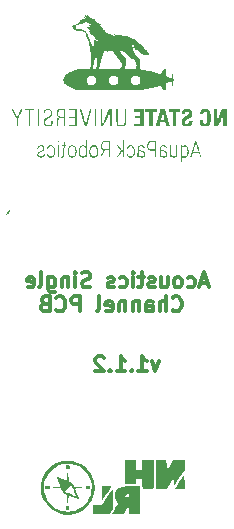
<source format=gbr>
%TF.GenerationSoftware,KiCad,Pcbnew,7.0.7*%
%TF.CreationDate,2023-10-04T23:23:26-04:00*%
%TF.ProjectId,AcousticsSingleChannel,41636f75-7374-4696-9373-53696e676c65,rev?*%
%TF.SameCoordinates,Original*%
%TF.FileFunction,Legend,Bot*%
%TF.FilePolarity,Positive*%
%FSLAX46Y46*%
G04 Gerber Fmt 4.6, Leading zero omitted, Abs format (unit mm)*
G04 Created by KiCad (PCBNEW 7.0.7) date 2023-10-04 23:23:26*
%MOMM*%
%LPD*%
G01*
G04 APERTURE LIST*
%ADD10C,0.000000*%
%ADD11C,0.304800*%
G04 APERTURE END LIST*
D10*
G36*
X139294120Y-97867295D02*
G01*
X139278180Y-97867295D01*
X139278180Y-97851355D01*
X139294120Y-97851355D01*
X139294120Y-97867295D01*
G37*
G36*
X139150690Y-96321515D02*
G01*
X139134760Y-96321515D01*
X139134760Y-96385255D01*
X139118820Y-96385255D01*
X139118820Y-96433065D01*
X139102890Y-96433065D01*
X139102890Y-96496805D01*
X139086950Y-96496805D01*
X139086950Y-96560555D01*
X139071010Y-96560555D01*
X139071010Y-96608355D01*
X139055080Y-96608355D01*
X139055080Y-96640235D01*
X139023210Y-96640235D01*
X139023210Y-96656165D01*
X138991330Y-96656165D01*
X138991330Y-96672105D01*
X138943530Y-96672105D01*
X138943530Y-96688035D01*
X138911660Y-96688035D01*
X138911660Y-96703975D01*
X138879780Y-96703975D01*
X138879780Y-96719915D01*
X138847910Y-96719915D01*
X138831980Y-96719915D01*
X138831980Y-96735845D01*
X138800100Y-96735845D01*
X138800100Y-96751785D01*
X138768230Y-96751785D01*
X138768230Y-96719915D01*
X138784170Y-96719915D01*
X138784170Y-96703975D01*
X138800100Y-96703975D01*
X138800100Y-96688035D01*
X138816040Y-96688035D01*
X138816040Y-96672105D01*
X138831980Y-96672105D01*
X138831980Y-96656165D01*
X138847910Y-96656165D01*
X138847910Y-96624295D01*
X138863850Y-96624295D01*
X138863850Y-96608355D01*
X138879780Y-96608355D01*
X138879780Y-96592425D01*
X138895720Y-96592425D01*
X138895720Y-96576485D01*
X138911660Y-96576485D01*
X138911660Y-96544615D01*
X138927590Y-96544615D01*
X138927590Y-96528675D01*
X138943530Y-96528675D01*
X138943530Y-96512745D01*
X138959460Y-96512745D01*
X138959460Y-96496805D01*
X138975400Y-96496805D01*
X138975400Y-96480875D01*
X138991330Y-96480875D01*
X138991330Y-96449005D01*
X139007270Y-96449005D01*
X139007270Y-96433065D01*
X139023210Y-96433065D01*
X139023210Y-96417135D01*
X139039140Y-96417135D01*
X139039140Y-96401195D01*
X139055080Y-96401195D01*
X139055080Y-96369325D01*
X139071010Y-96369325D01*
X139071010Y-96353385D01*
X139086950Y-96353385D01*
X139086950Y-96337455D01*
X139102890Y-96337455D01*
X139102890Y-96321515D01*
X139118820Y-96321515D01*
X139118820Y-96305575D01*
X139134760Y-96305575D01*
X139134760Y-96273705D01*
X139150690Y-96273705D01*
X139150690Y-96321515D01*
G37*
D11*
X151730488Y-109140064D02*
X151428107Y-109986731D01*
X151428107Y-109986731D02*
X151125726Y-109140064D01*
X149976678Y-109986731D02*
X150702393Y-109986731D01*
X150339536Y-109986731D02*
X150339536Y-108716731D01*
X150339536Y-108716731D02*
X150460488Y-108898159D01*
X150460488Y-108898159D02*
X150581440Y-109019112D01*
X150581440Y-109019112D02*
X150702393Y-109079588D01*
X149432393Y-109865778D02*
X149371916Y-109926255D01*
X149371916Y-109926255D02*
X149432393Y-109986731D01*
X149432393Y-109986731D02*
X149492869Y-109926255D01*
X149492869Y-109926255D02*
X149432393Y-109865778D01*
X149432393Y-109865778D02*
X149432393Y-109986731D01*
X148162392Y-109986731D02*
X148888107Y-109986731D01*
X148525250Y-109986731D02*
X148525250Y-108716731D01*
X148525250Y-108716731D02*
X148646202Y-108898159D01*
X148646202Y-108898159D02*
X148767154Y-109019112D01*
X148767154Y-109019112D02*
X148888107Y-109079588D01*
X147618107Y-109865778D02*
X147557630Y-109926255D01*
X147557630Y-109926255D02*
X147618107Y-109986731D01*
X147618107Y-109986731D02*
X147678583Y-109926255D01*
X147678583Y-109926255D02*
X147618107Y-109865778D01*
X147618107Y-109865778D02*
X147618107Y-109986731D01*
X147073821Y-108837683D02*
X147013345Y-108777207D01*
X147013345Y-108777207D02*
X146892392Y-108716731D01*
X146892392Y-108716731D02*
X146590011Y-108716731D01*
X146590011Y-108716731D02*
X146469059Y-108777207D01*
X146469059Y-108777207D02*
X146408583Y-108837683D01*
X146408583Y-108837683D02*
X146348106Y-108958635D01*
X146348106Y-108958635D02*
X146348106Y-109079588D01*
X146348106Y-109079588D02*
X146408583Y-109261016D01*
X146408583Y-109261016D02*
X147134297Y-109986731D01*
X147134297Y-109986731D02*
X146348106Y-109986731D01*
X155873107Y-102499174D02*
X155268345Y-102499174D01*
X155994059Y-102862031D02*
X155570726Y-101592031D01*
X155570726Y-101592031D02*
X155147392Y-102862031D01*
X154179774Y-102801555D02*
X154300726Y-102862031D01*
X154300726Y-102862031D02*
X154542631Y-102862031D01*
X154542631Y-102862031D02*
X154663583Y-102801555D01*
X154663583Y-102801555D02*
X154724060Y-102741078D01*
X154724060Y-102741078D02*
X154784536Y-102620126D01*
X154784536Y-102620126D02*
X154784536Y-102257269D01*
X154784536Y-102257269D02*
X154724060Y-102136316D01*
X154724060Y-102136316D02*
X154663583Y-102075840D01*
X154663583Y-102075840D02*
X154542631Y-102015364D01*
X154542631Y-102015364D02*
X154300726Y-102015364D01*
X154300726Y-102015364D02*
X154179774Y-102075840D01*
X153454060Y-102862031D02*
X153575012Y-102801555D01*
X153575012Y-102801555D02*
X153635489Y-102741078D01*
X153635489Y-102741078D02*
X153695965Y-102620126D01*
X153695965Y-102620126D02*
X153695965Y-102257269D01*
X153695965Y-102257269D02*
X153635489Y-102136316D01*
X153635489Y-102136316D02*
X153575012Y-102075840D01*
X153575012Y-102075840D02*
X153454060Y-102015364D01*
X153454060Y-102015364D02*
X153272631Y-102015364D01*
X153272631Y-102015364D02*
X153151679Y-102075840D01*
X153151679Y-102075840D02*
X153091203Y-102136316D01*
X153091203Y-102136316D02*
X153030727Y-102257269D01*
X153030727Y-102257269D02*
X153030727Y-102620126D01*
X153030727Y-102620126D02*
X153091203Y-102741078D01*
X153091203Y-102741078D02*
X153151679Y-102801555D01*
X153151679Y-102801555D02*
X153272631Y-102862031D01*
X153272631Y-102862031D02*
X153454060Y-102862031D01*
X151942155Y-102015364D02*
X151942155Y-102862031D01*
X152486441Y-102015364D02*
X152486441Y-102680602D01*
X152486441Y-102680602D02*
X152425964Y-102801555D01*
X152425964Y-102801555D02*
X152305012Y-102862031D01*
X152305012Y-102862031D02*
X152123583Y-102862031D01*
X152123583Y-102862031D02*
X152002631Y-102801555D01*
X152002631Y-102801555D02*
X151942155Y-102741078D01*
X151397869Y-102801555D02*
X151276916Y-102862031D01*
X151276916Y-102862031D02*
X151035012Y-102862031D01*
X151035012Y-102862031D02*
X150914059Y-102801555D01*
X150914059Y-102801555D02*
X150853583Y-102680602D01*
X150853583Y-102680602D02*
X150853583Y-102620126D01*
X150853583Y-102620126D02*
X150914059Y-102499174D01*
X150914059Y-102499174D02*
X151035012Y-102438697D01*
X151035012Y-102438697D02*
X151216440Y-102438697D01*
X151216440Y-102438697D02*
X151337393Y-102378221D01*
X151337393Y-102378221D02*
X151397869Y-102257269D01*
X151397869Y-102257269D02*
X151397869Y-102196793D01*
X151397869Y-102196793D02*
X151337393Y-102075840D01*
X151337393Y-102075840D02*
X151216440Y-102015364D01*
X151216440Y-102015364D02*
X151035012Y-102015364D01*
X151035012Y-102015364D02*
X150914059Y-102075840D01*
X150490726Y-102015364D02*
X150006917Y-102015364D01*
X150309298Y-101592031D02*
X150309298Y-102680602D01*
X150309298Y-102680602D02*
X150248821Y-102801555D01*
X150248821Y-102801555D02*
X150127869Y-102862031D01*
X150127869Y-102862031D02*
X150006917Y-102862031D01*
X149583584Y-102862031D02*
X149583584Y-102015364D01*
X149583584Y-101592031D02*
X149644060Y-101652507D01*
X149644060Y-101652507D02*
X149583584Y-101712983D01*
X149583584Y-101712983D02*
X149523107Y-101652507D01*
X149523107Y-101652507D02*
X149583584Y-101592031D01*
X149583584Y-101592031D02*
X149583584Y-101712983D01*
X148434536Y-102801555D02*
X148555488Y-102862031D01*
X148555488Y-102862031D02*
X148797393Y-102862031D01*
X148797393Y-102862031D02*
X148918345Y-102801555D01*
X148918345Y-102801555D02*
X148978822Y-102741078D01*
X148978822Y-102741078D02*
X149039298Y-102620126D01*
X149039298Y-102620126D02*
X149039298Y-102257269D01*
X149039298Y-102257269D02*
X148978822Y-102136316D01*
X148978822Y-102136316D02*
X148918345Y-102075840D01*
X148918345Y-102075840D02*
X148797393Y-102015364D01*
X148797393Y-102015364D02*
X148555488Y-102015364D01*
X148555488Y-102015364D02*
X148434536Y-102075840D01*
X147950727Y-102801555D02*
X147829774Y-102862031D01*
X147829774Y-102862031D02*
X147587870Y-102862031D01*
X147587870Y-102862031D02*
X147466917Y-102801555D01*
X147466917Y-102801555D02*
X147406441Y-102680602D01*
X147406441Y-102680602D02*
X147406441Y-102620126D01*
X147406441Y-102620126D02*
X147466917Y-102499174D01*
X147466917Y-102499174D02*
X147587870Y-102438697D01*
X147587870Y-102438697D02*
X147769298Y-102438697D01*
X147769298Y-102438697D02*
X147890251Y-102378221D01*
X147890251Y-102378221D02*
X147950727Y-102257269D01*
X147950727Y-102257269D02*
X147950727Y-102196793D01*
X147950727Y-102196793D02*
X147890251Y-102075840D01*
X147890251Y-102075840D02*
X147769298Y-102015364D01*
X147769298Y-102015364D02*
X147587870Y-102015364D01*
X147587870Y-102015364D02*
X147466917Y-102075840D01*
X145955013Y-102801555D02*
X145773584Y-102862031D01*
X145773584Y-102862031D02*
X145471203Y-102862031D01*
X145471203Y-102862031D02*
X145350251Y-102801555D01*
X145350251Y-102801555D02*
X145289775Y-102741078D01*
X145289775Y-102741078D02*
X145229298Y-102620126D01*
X145229298Y-102620126D02*
X145229298Y-102499174D01*
X145229298Y-102499174D02*
X145289775Y-102378221D01*
X145289775Y-102378221D02*
X145350251Y-102317745D01*
X145350251Y-102317745D02*
X145471203Y-102257269D01*
X145471203Y-102257269D02*
X145713108Y-102196793D01*
X145713108Y-102196793D02*
X145834060Y-102136316D01*
X145834060Y-102136316D02*
X145894537Y-102075840D01*
X145894537Y-102075840D02*
X145955013Y-101954888D01*
X145955013Y-101954888D02*
X145955013Y-101833935D01*
X145955013Y-101833935D02*
X145894537Y-101712983D01*
X145894537Y-101712983D02*
X145834060Y-101652507D01*
X145834060Y-101652507D02*
X145713108Y-101592031D01*
X145713108Y-101592031D02*
X145410727Y-101592031D01*
X145410727Y-101592031D02*
X145229298Y-101652507D01*
X144685013Y-102862031D02*
X144685013Y-102015364D01*
X144685013Y-101592031D02*
X144745489Y-101652507D01*
X144745489Y-101652507D02*
X144685013Y-101712983D01*
X144685013Y-101712983D02*
X144624536Y-101652507D01*
X144624536Y-101652507D02*
X144685013Y-101592031D01*
X144685013Y-101592031D02*
X144685013Y-101712983D01*
X144080251Y-102015364D02*
X144080251Y-102862031D01*
X144080251Y-102136316D02*
X144019774Y-102075840D01*
X144019774Y-102075840D02*
X143898822Y-102015364D01*
X143898822Y-102015364D02*
X143717393Y-102015364D01*
X143717393Y-102015364D02*
X143596441Y-102075840D01*
X143596441Y-102075840D02*
X143535965Y-102196793D01*
X143535965Y-102196793D02*
X143535965Y-102862031D01*
X142386917Y-102015364D02*
X142386917Y-103043459D01*
X142386917Y-103043459D02*
X142447393Y-103164412D01*
X142447393Y-103164412D02*
X142507869Y-103224888D01*
X142507869Y-103224888D02*
X142628822Y-103285364D01*
X142628822Y-103285364D02*
X142810250Y-103285364D01*
X142810250Y-103285364D02*
X142931203Y-103224888D01*
X142386917Y-102801555D02*
X142507869Y-102862031D01*
X142507869Y-102862031D02*
X142749774Y-102862031D01*
X142749774Y-102862031D02*
X142870726Y-102801555D01*
X142870726Y-102801555D02*
X142931203Y-102741078D01*
X142931203Y-102741078D02*
X142991679Y-102620126D01*
X142991679Y-102620126D02*
X142991679Y-102257269D01*
X142991679Y-102257269D02*
X142931203Y-102136316D01*
X142931203Y-102136316D02*
X142870726Y-102075840D01*
X142870726Y-102075840D02*
X142749774Y-102015364D01*
X142749774Y-102015364D02*
X142507869Y-102015364D01*
X142507869Y-102015364D02*
X142386917Y-102075840D01*
X141600726Y-102862031D02*
X141721678Y-102801555D01*
X141721678Y-102801555D02*
X141782155Y-102680602D01*
X141782155Y-102680602D02*
X141782155Y-101592031D01*
X140633107Y-102801555D02*
X140754059Y-102862031D01*
X140754059Y-102862031D02*
X140995964Y-102862031D01*
X140995964Y-102862031D02*
X141116917Y-102801555D01*
X141116917Y-102801555D02*
X141177393Y-102680602D01*
X141177393Y-102680602D02*
X141177393Y-102196793D01*
X141177393Y-102196793D02*
X141116917Y-102075840D01*
X141116917Y-102075840D02*
X140995964Y-102015364D01*
X140995964Y-102015364D02*
X140754059Y-102015364D01*
X140754059Y-102015364D02*
X140633107Y-102075840D01*
X140633107Y-102075840D02*
X140572631Y-102196793D01*
X140572631Y-102196793D02*
X140572631Y-102317745D01*
X140572631Y-102317745D02*
X141177393Y-102438697D01*
X152909774Y-104785778D02*
X152970250Y-104846255D01*
X152970250Y-104846255D02*
X153151679Y-104906731D01*
X153151679Y-104906731D02*
X153272631Y-104906731D01*
X153272631Y-104906731D02*
X153454060Y-104846255D01*
X153454060Y-104846255D02*
X153575012Y-104725302D01*
X153575012Y-104725302D02*
X153635489Y-104604350D01*
X153635489Y-104604350D02*
X153695965Y-104362445D01*
X153695965Y-104362445D02*
X153695965Y-104181016D01*
X153695965Y-104181016D02*
X153635489Y-103939112D01*
X153635489Y-103939112D02*
X153575012Y-103818159D01*
X153575012Y-103818159D02*
X153454060Y-103697207D01*
X153454060Y-103697207D02*
X153272631Y-103636731D01*
X153272631Y-103636731D02*
X153151679Y-103636731D01*
X153151679Y-103636731D02*
X152970250Y-103697207D01*
X152970250Y-103697207D02*
X152909774Y-103757683D01*
X152365489Y-104906731D02*
X152365489Y-103636731D01*
X151821203Y-104906731D02*
X151821203Y-104241493D01*
X151821203Y-104241493D02*
X151881679Y-104120540D01*
X151881679Y-104120540D02*
X152002631Y-104060064D01*
X152002631Y-104060064D02*
X152184060Y-104060064D01*
X152184060Y-104060064D02*
X152305012Y-104120540D01*
X152305012Y-104120540D02*
X152365489Y-104181016D01*
X150672155Y-104906731D02*
X150672155Y-104241493D01*
X150672155Y-104241493D02*
X150732631Y-104120540D01*
X150732631Y-104120540D02*
X150853583Y-104060064D01*
X150853583Y-104060064D02*
X151095488Y-104060064D01*
X151095488Y-104060064D02*
X151216441Y-104120540D01*
X150672155Y-104846255D02*
X150793107Y-104906731D01*
X150793107Y-104906731D02*
X151095488Y-104906731D01*
X151095488Y-104906731D02*
X151216441Y-104846255D01*
X151216441Y-104846255D02*
X151276917Y-104725302D01*
X151276917Y-104725302D02*
X151276917Y-104604350D01*
X151276917Y-104604350D02*
X151216441Y-104483397D01*
X151216441Y-104483397D02*
X151095488Y-104422921D01*
X151095488Y-104422921D02*
X150793107Y-104422921D01*
X150793107Y-104422921D02*
X150672155Y-104362445D01*
X150067393Y-104060064D02*
X150067393Y-104906731D01*
X150067393Y-104181016D02*
X150006916Y-104120540D01*
X150006916Y-104120540D02*
X149885964Y-104060064D01*
X149885964Y-104060064D02*
X149704535Y-104060064D01*
X149704535Y-104060064D02*
X149583583Y-104120540D01*
X149583583Y-104120540D02*
X149523107Y-104241493D01*
X149523107Y-104241493D02*
X149523107Y-104906731D01*
X148918345Y-104060064D02*
X148918345Y-104906731D01*
X148918345Y-104181016D02*
X148857868Y-104120540D01*
X148857868Y-104120540D02*
X148736916Y-104060064D01*
X148736916Y-104060064D02*
X148555487Y-104060064D01*
X148555487Y-104060064D02*
X148434535Y-104120540D01*
X148434535Y-104120540D02*
X148374059Y-104241493D01*
X148374059Y-104241493D02*
X148374059Y-104906731D01*
X147285487Y-104846255D02*
X147406439Y-104906731D01*
X147406439Y-104906731D02*
X147648344Y-104906731D01*
X147648344Y-104906731D02*
X147769297Y-104846255D01*
X147769297Y-104846255D02*
X147829773Y-104725302D01*
X147829773Y-104725302D02*
X147829773Y-104241493D01*
X147829773Y-104241493D02*
X147769297Y-104120540D01*
X147769297Y-104120540D02*
X147648344Y-104060064D01*
X147648344Y-104060064D02*
X147406439Y-104060064D01*
X147406439Y-104060064D02*
X147285487Y-104120540D01*
X147285487Y-104120540D02*
X147225011Y-104241493D01*
X147225011Y-104241493D02*
X147225011Y-104362445D01*
X147225011Y-104362445D02*
X147829773Y-104483397D01*
X146499297Y-104906731D02*
X146620249Y-104846255D01*
X146620249Y-104846255D02*
X146680726Y-104725302D01*
X146680726Y-104725302D02*
X146680726Y-103636731D01*
X145047869Y-104906731D02*
X145047869Y-103636731D01*
X145047869Y-103636731D02*
X144564059Y-103636731D01*
X144564059Y-103636731D02*
X144443107Y-103697207D01*
X144443107Y-103697207D02*
X144382630Y-103757683D01*
X144382630Y-103757683D02*
X144322154Y-103878635D01*
X144322154Y-103878635D02*
X144322154Y-104060064D01*
X144322154Y-104060064D02*
X144382630Y-104181016D01*
X144382630Y-104181016D02*
X144443107Y-104241493D01*
X144443107Y-104241493D02*
X144564059Y-104301969D01*
X144564059Y-104301969D02*
X145047869Y-104301969D01*
X143052154Y-104785778D02*
X143112630Y-104846255D01*
X143112630Y-104846255D02*
X143294059Y-104906731D01*
X143294059Y-104906731D02*
X143415011Y-104906731D01*
X143415011Y-104906731D02*
X143596440Y-104846255D01*
X143596440Y-104846255D02*
X143717392Y-104725302D01*
X143717392Y-104725302D02*
X143777869Y-104604350D01*
X143777869Y-104604350D02*
X143838345Y-104362445D01*
X143838345Y-104362445D02*
X143838345Y-104181016D01*
X143838345Y-104181016D02*
X143777869Y-103939112D01*
X143777869Y-103939112D02*
X143717392Y-103818159D01*
X143717392Y-103818159D02*
X143596440Y-103697207D01*
X143596440Y-103697207D02*
X143415011Y-103636731D01*
X143415011Y-103636731D02*
X143294059Y-103636731D01*
X143294059Y-103636731D02*
X143112630Y-103697207D01*
X143112630Y-103697207D02*
X143052154Y-103757683D01*
X142084535Y-104241493D02*
X141903107Y-104301969D01*
X141903107Y-104301969D02*
X141842630Y-104362445D01*
X141842630Y-104362445D02*
X141782154Y-104483397D01*
X141782154Y-104483397D02*
X141782154Y-104664826D01*
X141782154Y-104664826D02*
X141842630Y-104785778D01*
X141842630Y-104785778D02*
X141903107Y-104846255D01*
X141903107Y-104846255D02*
X142024059Y-104906731D01*
X142024059Y-104906731D02*
X142507869Y-104906731D01*
X142507869Y-104906731D02*
X142507869Y-103636731D01*
X142507869Y-103636731D02*
X142084535Y-103636731D01*
X142084535Y-103636731D02*
X141963583Y-103697207D01*
X141963583Y-103697207D02*
X141903107Y-103757683D01*
X141903107Y-103757683D02*
X141842630Y-103878635D01*
X141842630Y-103878635D02*
X141842630Y-103999588D01*
X141842630Y-103999588D02*
X141903107Y-104120540D01*
X141903107Y-104120540D02*
X141963583Y-104181016D01*
X141963583Y-104181016D02*
X142084535Y-104241493D01*
X142084535Y-104241493D02*
X142507869Y-104241493D01*
%TO.C,G\u002A\u002A\u002A*%
G36*
X146426726Y-88490393D02*
G01*
X146426726Y-89217116D01*
X146370282Y-89217116D01*
X146313838Y-89217116D01*
X146313838Y-88490393D01*
X146313838Y-87763671D01*
X146370282Y-87763671D01*
X146426726Y-87763671D01*
X146426726Y-88490393D01*
G37*
G36*
X143265838Y-91347893D02*
G01*
X143265838Y-91870005D01*
X143223504Y-91870005D01*
X143181171Y-91870005D01*
X143181171Y-91347893D01*
X143181171Y-90825782D01*
X143223504Y-90825782D01*
X143265838Y-90825782D01*
X143265838Y-91347893D01*
G37*
G36*
X141614838Y-88490393D02*
G01*
X141614838Y-89217116D01*
X141551338Y-89217116D01*
X141487838Y-89217116D01*
X141487838Y-88490393D01*
X141487838Y-87763671D01*
X141551338Y-87763671D01*
X141614838Y-87763671D01*
X141614838Y-88490393D01*
G37*
G36*
X143250030Y-90455554D02*
G01*
X143278624Y-90489117D01*
X143288925Y-90509812D01*
X143290792Y-90533815D01*
X143275256Y-90563101D01*
X143251131Y-90590470D01*
X143221357Y-90597981D01*
X143189234Y-90577830D01*
X143171239Y-90546569D01*
X143169992Y-90503729D01*
X143189939Y-90466252D01*
X143218453Y-90449014D01*
X143250030Y-90455554D01*
G37*
G36*
X153552838Y-87883168D02*
G01*
X153552838Y-88002664D01*
X153387032Y-88006640D01*
X153221226Y-88010616D01*
X153217547Y-88613866D01*
X153213868Y-89217116D01*
X153065853Y-89217116D01*
X152917838Y-89217116D01*
X152917838Y-88610338D01*
X152917838Y-88003560D01*
X152748504Y-88003560D01*
X152579171Y-88003560D01*
X152579171Y-87883616D01*
X152579171Y-87763671D01*
X153066004Y-87763671D01*
X153552838Y-87763671D01*
X153552838Y-87883168D01*
G37*
G36*
X151563171Y-87883616D02*
G01*
X151563171Y-88003560D01*
X151393838Y-88003560D01*
X151224504Y-88003560D01*
X151224504Y-88610338D01*
X151224504Y-89217116D01*
X151076338Y-89217116D01*
X150928171Y-89217116D01*
X150928171Y-88610338D01*
X150928171Y-88003560D01*
X150758838Y-88003560D01*
X150589504Y-88003560D01*
X150589504Y-87883616D01*
X150589504Y-87763671D01*
X151076338Y-87763671D01*
X151563171Y-87763671D01*
X151563171Y-87883616D01*
G37*
G36*
X141205615Y-87812626D02*
G01*
X141205615Y-87861580D01*
X141032754Y-87865542D01*
X140859893Y-87869505D01*
X140856229Y-88543310D01*
X140852564Y-89217116D01*
X140789201Y-89217116D01*
X140725838Y-89217116D01*
X140725838Y-88539782D01*
X140725838Y-87862449D01*
X140549449Y-87862449D01*
X140373060Y-87862449D01*
X140373060Y-87813060D01*
X140373060Y-87763671D01*
X140789338Y-87763671D01*
X141205615Y-87763671D01*
X141205615Y-87812626D01*
G37*
G36*
X150448393Y-88490393D02*
G01*
X150448393Y-89217116D01*
X150046226Y-89217116D01*
X149644060Y-89217116D01*
X149644060Y-89111608D01*
X149644060Y-89006100D01*
X149894532Y-89002247D01*
X150145004Y-88998393D01*
X150148900Y-88783199D01*
X150152795Y-88568005D01*
X149926650Y-88568005D01*
X149700504Y-88568005D01*
X149700504Y-88462529D01*
X149700504Y-88357054D01*
X149922754Y-88353168D01*
X150145004Y-88349282D01*
X150148954Y-88169366D01*
X150152903Y-87989449D01*
X149905537Y-87989449D01*
X149658171Y-87989449D01*
X149658171Y-87876560D01*
X149658171Y-87763671D01*
X150053282Y-87763671D01*
X150448393Y-87763671D01*
X150448393Y-88490393D01*
G37*
G36*
X144803949Y-88490393D02*
G01*
X144803949Y-89217116D01*
X144472338Y-89217116D01*
X144140726Y-89217116D01*
X144140726Y-89167727D01*
X144140726Y-89118338D01*
X144408838Y-89118338D01*
X144676949Y-89118338D01*
X144676949Y-88822005D01*
X144676949Y-88525671D01*
X144422949Y-88525671D01*
X144168949Y-88525671D01*
X144168949Y-88476282D01*
X144168949Y-88426893D01*
X144422949Y-88426893D01*
X144676949Y-88426893D01*
X144676949Y-88144671D01*
X144676949Y-87862449D01*
X144415893Y-87862449D01*
X144154838Y-87862449D01*
X144154838Y-87813060D01*
X144154838Y-87763671D01*
X144479393Y-87763671D01*
X144803949Y-87763671D01*
X144803949Y-88490393D01*
G37*
G36*
X145617379Y-79716406D02*
G01*
X145609889Y-79749772D01*
X145597841Y-79797506D01*
X145583124Y-79852691D01*
X145567631Y-79908409D01*
X145553251Y-79957744D01*
X145541875Y-79993779D01*
X145535394Y-80009596D01*
X145532257Y-80011569D01*
X145508951Y-80023061D01*
X145468550Y-80041624D01*
X145417343Y-80064343D01*
X145363991Y-80087372D01*
X145320612Y-80104934D01*
X145295743Y-80112767D01*
X145285519Y-80112037D01*
X145286078Y-80103905D01*
X145288097Y-80100286D01*
X145304301Y-80077865D01*
X145333293Y-80040780D01*
X145371683Y-79993102D01*
X145416081Y-79938899D01*
X145463096Y-79882241D01*
X145509338Y-79827198D01*
X145551417Y-79777839D01*
X145585943Y-79738233D01*
X145609525Y-79712451D01*
X145618773Y-79704561D01*
X145617379Y-79716406D01*
G37*
G36*
X146962949Y-88408549D02*
G01*
X146963138Y-88523607D01*
X146963789Y-88646718D01*
X146964856Y-88757912D01*
X146966288Y-88854472D01*
X146968036Y-88933680D01*
X146970049Y-88992820D01*
X146972276Y-89029173D01*
X146974666Y-89040021D01*
X146975057Y-89039478D01*
X146984462Y-89021283D01*
X147004222Y-88980235D01*
X147033165Y-88918858D01*
X147070116Y-88839675D01*
X147113902Y-88745209D01*
X147163348Y-88637984D01*
X147217281Y-88520524D01*
X147274527Y-88395351D01*
X147562671Y-87764087D01*
X147657921Y-87763879D01*
X147753171Y-87763671D01*
X147753171Y-88490393D01*
X147753171Y-89217116D01*
X147689813Y-89217116D01*
X147626456Y-89217116D01*
X147622786Y-88575204D01*
X147619115Y-87933292D01*
X147327692Y-88571676D01*
X147036268Y-89210060D01*
X146936108Y-89214206D01*
X146835949Y-89218352D01*
X146835949Y-88491012D01*
X146835949Y-87763671D01*
X146899449Y-87763671D01*
X146962949Y-87763671D01*
X146962949Y-88408549D01*
G37*
G36*
X156674745Y-88275199D02*
G01*
X156678449Y-88786727D01*
X156818193Y-88419838D01*
X156852313Y-88330306D01*
X156892378Y-88225286D01*
X156930595Y-88125221D01*
X156964917Y-88035466D01*
X156993297Y-87961377D01*
X157013689Y-87908310D01*
X157069440Y-87763671D01*
X157272583Y-87763671D01*
X157475726Y-87763671D01*
X157475726Y-88490393D01*
X157475726Y-89217116D01*
X157334615Y-89217116D01*
X157193504Y-89217116D01*
X157192508Y-88684421D01*
X157192398Y-88627936D01*
X157192078Y-88502029D01*
X157191601Y-88401064D01*
X157190839Y-88322682D01*
X157189665Y-88264524D01*
X157187952Y-88224230D01*
X157185573Y-88199442D01*
X157182401Y-88187801D01*
X157178308Y-88186948D01*
X157173169Y-88194525D01*
X157166855Y-88208171D01*
X157158132Y-88229707D01*
X157140151Y-88276243D01*
X157114878Y-88342825D01*
X157083610Y-88426008D01*
X157047639Y-88522347D01*
X157008260Y-88628398D01*
X156966768Y-88740714D01*
X156791338Y-89216812D01*
X156590254Y-89216964D01*
X156389171Y-89217116D01*
X156389171Y-88490393D01*
X156389171Y-87763671D01*
X156530106Y-87763671D01*
X156671041Y-87763671D01*
X156674745Y-88275199D01*
G37*
G36*
X143759726Y-90691727D02*
G01*
X143759726Y-90825782D01*
X143837338Y-90825782D01*
X143914949Y-90825782D01*
X143914949Y-90875171D01*
X143914949Y-90924560D01*
X143837931Y-90924560D01*
X143760914Y-90924560D01*
X143756792Y-91346886D01*
X143756769Y-91349311D01*
X143755510Y-91469436D01*
X143754187Y-91564668D01*
X143752561Y-91638278D01*
X143750393Y-91693537D01*
X143747446Y-91733715D01*
X143743481Y-91762083D01*
X143738258Y-91781910D01*
X143731540Y-91796467D01*
X143723088Y-91809025D01*
X143722884Y-91809299D01*
X143692088Y-91842393D01*
X143659588Y-91866269D01*
X143615749Y-91879749D01*
X143560840Y-91883557D01*
X143513936Y-91875550D01*
X143498660Y-91859735D01*
X143491615Y-91822261D01*
X143491678Y-91812421D01*
X143495228Y-91788769D01*
X143510255Y-91780883D01*
X143545024Y-91782630D01*
X143590649Y-91780793D01*
X143633218Y-91759573D01*
X143668004Y-91731422D01*
X143672152Y-91327991D01*
X143676299Y-90924560D01*
X143591013Y-90924560D01*
X143505726Y-90924560D01*
X143505726Y-90875171D01*
X143505726Y-90825782D01*
X143590393Y-90825782D01*
X143675060Y-90825782D01*
X143675060Y-90691727D01*
X143675060Y-90557671D01*
X143717393Y-90557671D01*
X143759726Y-90557671D01*
X143759726Y-90691727D01*
G37*
G36*
X140172959Y-87764096D02*
G01*
X140205174Y-87765924D01*
X140217838Y-87768992D01*
X140214789Y-87776251D01*
X140201008Y-87806126D01*
X140177409Y-87856298D01*
X140145413Y-87923776D01*
X140106438Y-88005570D01*
X140061903Y-88098691D01*
X140013226Y-88200149D01*
X139808615Y-88625986D01*
X139808615Y-88921551D01*
X139808615Y-89217116D01*
X139752171Y-89217116D01*
X139695726Y-89217116D01*
X139695726Y-88921676D01*
X139695726Y-88626235D01*
X139491115Y-88206963D01*
X139458224Y-88139397D01*
X139411808Y-88043444D01*
X139370573Y-87957479D01*
X139335972Y-87884571D01*
X139309459Y-87827788D01*
X139292485Y-87790198D01*
X139286504Y-87774869D01*
X139288094Y-87771986D01*
X139308022Y-87766490D01*
X139343464Y-87766388D01*
X139400423Y-87770727D01*
X139571582Y-88127032D01*
X139578175Y-88140745D01*
X139622364Y-88231967D01*
X139662564Y-88313813D01*
X139697150Y-88383059D01*
X139724499Y-88436483D01*
X139742984Y-88470862D01*
X139750983Y-88482973D01*
X139751386Y-88482726D01*
X139760534Y-88467064D01*
X139779431Y-88429345D01*
X139806528Y-88372840D01*
X139840273Y-88300822D01*
X139879115Y-88216560D01*
X139921504Y-88123326D01*
X140083782Y-87764044D01*
X140150810Y-87763858D01*
X140172959Y-87764096D01*
G37*
G36*
X146025602Y-87769332D02*
G01*
X146028560Y-87780462D01*
X146027584Y-87783576D01*
X146020065Y-87809654D01*
X146006025Y-87859374D01*
X145986194Y-87930125D01*
X145961298Y-88019296D01*
X145932067Y-88124277D01*
X145899229Y-88242456D01*
X145863511Y-88371224D01*
X145825642Y-88507970D01*
X145629449Y-89216991D01*
X145550861Y-89217054D01*
X145472273Y-89217116D01*
X145277115Y-88508032D01*
X145263233Y-88457609D01*
X145226248Y-88323425D01*
X145191662Y-88198168D01*
X145160202Y-88084452D01*
X145132592Y-87984889D01*
X145109557Y-87902091D01*
X145091822Y-87838669D01*
X145080112Y-87797238D01*
X145075152Y-87780408D01*
X145074968Y-87772010D01*
X145090637Y-87765654D01*
X145129530Y-87766297D01*
X145190712Y-87770727D01*
X145367747Y-88416273D01*
X145403460Y-88545910D01*
X145437105Y-88666897D01*
X145467909Y-88776539D01*
X145495112Y-88872185D01*
X145517955Y-88951188D01*
X145535681Y-89010900D01*
X145547530Y-89048673D01*
X145552743Y-89061857D01*
X145557729Y-89048937D01*
X145569121Y-89011337D01*
X145586169Y-88951714D01*
X145608141Y-88872727D01*
X145634303Y-88777034D01*
X145663923Y-88667295D01*
X145696269Y-88546167D01*
X145730608Y-88416310D01*
X145900512Y-87770727D01*
X145967899Y-87766351D01*
X146002852Y-87765256D01*
X146025602Y-87769332D01*
G37*
G36*
X148811504Y-91129171D02*
G01*
X148811504Y-91870005D01*
X148769171Y-91870005D01*
X148726838Y-91870005D01*
X148726417Y-91668921D01*
X148725995Y-91467838D01*
X148671133Y-91404353D01*
X148645669Y-91376397D01*
X148621836Y-91353848D01*
X148610365Y-91347908D01*
X148608418Y-91350655D01*
X148593787Y-91372595D01*
X148567034Y-91413271D01*
X148530465Y-91469158D01*
X148486388Y-91536735D01*
X148437111Y-91612477D01*
X148269763Y-91870005D01*
X148216522Y-91870005D01*
X148163280Y-91870005D01*
X148359058Y-91567989D01*
X148554836Y-91265974D01*
X148379781Y-91051608D01*
X148372145Y-91042252D01*
X148319108Y-90976953D01*
X148273135Y-90919819D01*
X148236939Y-90874261D01*
X148213232Y-90843688D01*
X148204726Y-90831512D01*
X148205587Y-90830494D01*
X148223608Y-90827364D01*
X148257643Y-90826430D01*
X148269444Y-90826845D01*
X148286545Y-90829825D01*
X148303967Y-90838083D01*
X148324614Y-90854396D01*
X148351393Y-90881541D01*
X148387208Y-90922295D01*
X148434966Y-90979434D01*
X148497570Y-91055735D01*
X148511954Y-91073331D01*
X148568283Y-91142406D01*
X148618800Y-91204609D01*
X148660483Y-91256203D01*
X148690310Y-91293451D01*
X148705260Y-91312616D01*
X148710238Y-91317511D01*
X148714879Y-91315470D01*
X148718532Y-91302889D01*
X148721317Y-91277240D01*
X148723353Y-91235999D01*
X148724759Y-91176638D01*
X148725654Y-91096634D01*
X148726158Y-90993459D01*
X148726389Y-90864588D01*
X148726838Y-90388338D01*
X148769171Y-90388338D01*
X148811504Y-90388338D01*
X148811504Y-91129171D01*
G37*
G36*
X151520838Y-91164449D02*
G01*
X151520838Y-91870005D01*
X151471449Y-91870005D01*
X151422060Y-91870005D01*
X151422060Y-91580727D01*
X151422060Y-91291449D01*
X151240858Y-91291449D01*
X151201163Y-91291142D01*
X151089594Y-91285474D01*
X151000503Y-91271387D01*
X150930035Y-91247215D01*
X150874337Y-91211295D01*
X150829555Y-91161963D01*
X150791836Y-91097554D01*
X150782007Y-91076881D01*
X150766291Y-91037293D01*
X150757233Y-90997979D01*
X150753083Y-90949453D01*
X150752657Y-90920624D01*
X150846851Y-90920624D01*
X150854161Y-90980758D01*
X150880387Y-91061853D01*
X150925073Y-91122857D01*
X150989076Y-91165247D01*
X151013587Y-91174902D01*
X151047916Y-91183425D01*
X151092229Y-91188730D01*
X151152596Y-91191486D01*
X151235088Y-91192361D01*
X151422060Y-91192671D01*
X151422060Y-90875171D01*
X151422060Y-90557671D01*
X151242143Y-90557981D01*
X151195091Y-90558294D01*
X151125497Y-90560355D01*
X151074720Y-90564908D01*
X151036655Y-90572630D01*
X151005198Y-90584195D01*
X150973987Y-90600548D01*
X150912009Y-90652743D01*
X150870464Y-90722841D01*
X150848896Y-90811813D01*
X150846851Y-90920624D01*
X150752657Y-90920624D01*
X150752089Y-90882227D01*
X150752256Y-90849288D01*
X150754450Y-90791536D01*
X150760583Y-90748270D01*
X150772398Y-90710018D01*
X150791638Y-90667305D01*
X150795163Y-90660194D01*
X150831852Y-90597582D01*
X150874030Y-90548812D01*
X150925421Y-90512350D01*
X150989751Y-90486661D01*
X151070744Y-90470212D01*
X151172126Y-90461467D01*
X151297621Y-90458893D01*
X151520838Y-90458893D01*
X151520838Y-90557671D01*
X151520838Y-91164449D01*
G37*
G36*
X152776959Y-91217366D02*
G01*
X152777062Y-91312412D01*
X152777445Y-91407921D01*
X152778345Y-91481630D01*
X152780015Y-91537097D01*
X152782709Y-91577883D01*
X152786678Y-91607546D01*
X152792176Y-91629646D01*
X152799454Y-91647742D01*
X152808767Y-91665393D01*
X152829263Y-91695726D01*
X152886669Y-91746011D01*
X152958999Y-91775492D01*
X153041091Y-91781590D01*
X153071952Y-91777971D01*
X153126776Y-91760018D01*
X153167649Y-91724221D01*
X153201743Y-91665393D01*
X153201825Y-91665214D01*
X153209561Y-91645843D01*
X153215605Y-91623116D01*
X153220164Y-91593482D01*
X153223446Y-91553388D01*
X153225661Y-91499281D01*
X153227014Y-91427610D01*
X153227716Y-91334822D01*
X153227972Y-91217366D01*
X153228282Y-90825782D01*
X153270615Y-90825782D01*
X153312949Y-90825782D01*
X153312949Y-91221700D01*
X153312822Y-91281289D01*
X153311701Y-91400534D01*
X153309500Y-91502780D01*
X153306314Y-91585223D01*
X153302239Y-91645059D01*
X153297370Y-91679486D01*
X153295391Y-91686713D01*
X153269657Y-91744686D01*
X153230490Y-91799750D01*
X153184705Y-91843762D01*
X153139118Y-91868580D01*
X153087577Y-91879597D01*
X152994831Y-91879801D01*
X152908756Y-91854805D01*
X152833990Y-91805565D01*
X152813984Y-91788038D01*
X152786165Y-91765808D01*
X152771488Y-91757116D01*
X152769505Y-91758547D01*
X152764585Y-91778201D01*
X152762615Y-91813560D01*
X152762549Y-91825680D01*
X152759493Y-91855697D01*
X152747427Y-91867776D01*
X152720282Y-91870005D01*
X152677949Y-91870005D01*
X152677949Y-91347893D01*
X152677949Y-90825782D01*
X152727338Y-90825782D01*
X152776726Y-90825782D01*
X152776959Y-91217366D01*
G37*
G36*
X155355467Y-91871494D02*
G01*
X155305681Y-91867221D01*
X155255895Y-91862949D01*
X155198703Y-91668921D01*
X155141510Y-91474893D01*
X154878728Y-91474893D01*
X154615946Y-91474893D01*
X154561027Y-91659062D01*
X154555774Y-91676607D01*
X154535367Y-91743448D01*
X154517633Y-91799534D01*
X154504324Y-91839420D01*
X154497188Y-91857664D01*
X154478859Y-91866450D01*
X154446199Y-91867524D01*
X154404131Y-91862949D01*
X154556549Y-91365532D01*
X154653355Y-91365532D01*
X154659089Y-91367893D01*
X154688213Y-91371158D01*
X154737771Y-91373765D01*
X154803037Y-91375491D01*
X154879282Y-91376116D01*
X154929667Y-91375889D01*
X154999317Y-91374734D01*
X155054915Y-91372767D01*
X155091736Y-91370176D01*
X155105060Y-91367148D01*
X155104131Y-91361825D01*
X155096699Y-91333083D01*
X155082913Y-91284047D01*
X155064072Y-91219024D01*
X155041473Y-91142322D01*
X155016417Y-91058247D01*
X154990201Y-90971108D01*
X154964126Y-90885210D01*
X154939488Y-90804862D01*
X154917588Y-90734369D01*
X154899724Y-90678040D01*
X154887194Y-90640181D01*
X154881299Y-90625099D01*
X154878323Y-90629592D01*
X154868076Y-90656207D01*
X154852021Y-90702979D01*
X154831437Y-90765753D01*
X154807603Y-90840377D01*
X154781797Y-90922697D01*
X154755298Y-91008559D01*
X154729385Y-91093811D01*
X154705336Y-91174298D01*
X154684430Y-91245867D01*
X154667945Y-91304365D01*
X154657161Y-91345638D01*
X154653355Y-91365532D01*
X154556549Y-91365532D01*
X154618164Y-91164449D01*
X154832196Y-90465949D01*
X154876233Y-90461577D01*
X154920270Y-90457206D01*
X154962961Y-90595633D01*
X154966671Y-90607664D01*
X154982766Y-90659917D01*
X155005609Y-90734117D01*
X155034044Y-90826506D01*
X155066912Y-90933325D01*
X155103059Y-91050815D01*
X155141327Y-91175219D01*
X155180560Y-91302777D01*
X155200357Y-91367148D01*
X155355467Y-91871494D01*
G37*
G36*
X144782795Y-91430432D02*
G01*
X144762310Y-91549412D01*
X144724250Y-91658887D01*
X144668530Y-91753101D01*
X144638926Y-91787518D01*
X144583755Y-91830934D01*
X144511015Y-91864879D01*
X144480794Y-91873352D01*
X144406599Y-91878899D01*
X144328018Y-91868645D01*
X144257191Y-91843606D01*
X144239419Y-91833699D01*
X144169990Y-91776016D01*
X144113506Y-91696775D01*
X144071183Y-91599418D01*
X144044238Y-91487389D01*
X144033890Y-91364130D01*
X144034815Y-91347893D01*
X144133671Y-91347893D01*
X144133672Y-91350447D01*
X144135916Y-91452689D01*
X144142462Y-91527082D01*
X144153313Y-91573671D01*
X144153835Y-91574977D01*
X144194170Y-91654001D01*
X144243852Y-91717124D01*
X144298048Y-91758186D01*
X144305220Y-91761598D01*
X144358211Y-91778362D01*
X144411803Y-91785017D01*
X144430479Y-91784277D01*
X144507831Y-91765472D01*
X144573191Y-91722513D01*
X144625549Y-91656985D01*
X144663897Y-91570473D01*
X144687225Y-91464562D01*
X144694526Y-91340838D01*
X144694147Y-91320709D01*
X144682067Y-91203110D01*
X144654140Y-91102717D01*
X144611604Y-91021393D01*
X144555693Y-90960999D01*
X144487646Y-90923397D01*
X144408699Y-90910449D01*
X144347225Y-90918919D01*
X144277537Y-90953484D01*
X144217010Y-91014300D01*
X144166178Y-91100949D01*
X144164164Y-91105359D01*
X144150771Y-91138734D01*
X144141931Y-91172795D01*
X144136738Y-91214421D01*
X144134287Y-91270494D01*
X144133671Y-91347893D01*
X144034815Y-91347893D01*
X144041354Y-91233084D01*
X144063563Y-91119206D01*
X144103444Y-91013814D01*
X144158714Y-90930273D01*
X144228570Y-90869484D01*
X144312212Y-90832349D01*
X144408838Y-90819771D01*
X144415821Y-90819820D01*
X144510488Y-90832412D01*
X144589830Y-90867945D01*
X144656262Y-90927469D01*
X144690703Y-90974558D01*
X144739660Y-91074009D01*
X144771385Y-91186975D01*
X144785792Y-91307701D01*
X144784983Y-91340838D01*
X144782795Y-91430432D01*
G37*
G36*
X148264472Y-88331643D02*
G01*
X148265256Y-88412575D01*
X148266728Y-88542770D01*
X148268336Y-88649135D01*
X148270216Y-88734523D01*
X148272505Y-88801790D01*
X148275340Y-88853790D01*
X148278857Y-88893378D01*
X148283194Y-88923409D01*
X148288486Y-88946738D01*
X148294872Y-88966219D01*
X148323862Y-89022846D01*
X148377229Y-89081490D01*
X148443189Y-89121356D01*
X148516932Y-89142444D01*
X148593650Y-89144755D01*
X148668535Y-89128288D01*
X148736777Y-89093043D01*
X148793567Y-89039020D01*
X148834098Y-88966219D01*
X148837368Y-88956910D01*
X148843174Y-88935708D01*
X148847966Y-88909090D01*
X148851880Y-88874204D01*
X148855054Y-88828201D01*
X148857625Y-88768230D01*
X148859729Y-88691439D01*
X148861505Y-88594978D01*
X148863089Y-88475996D01*
X148864618Y-88331643D01*
X148870181Y-87763671D01*
X148926086Y-87763671D01*
X148981991Y-87763671D01*
X148977887Y-88359866D01*
X148977779Y-88375487D01*
X148976754Y-88518209D01*
X148975733Y-88635797D01*
X148974562Y-88731061D01*
X148973087Y-88806809D01*
X148971153Y-88865852D01*
X148968606Y-88910999D01*
X148965291Y-88945059D01*
X148961055Y-88970841D01*
X148955743Y-88991155D01*
X148949202Y-89008810D01*
X148941275Y-89026616D01*
X148926179Y-89056805D01*
X148868375Y-89138256D01*
X148795405Y-89196530D01*
X148705671Y-89233027D01*
X148696520Y-89234882D01*
X148655412Y-89238819D01*
X148598884Y-89240599D01*
X148536338Y-89239844D01*
X148449724Y-89232230D01*
X148361628Y-89209265D01*
X148291332Y-89169003D01*
X148234762Y-89108950D01*
X148187844Y-89026616D01*
X148186992Y-89024765D01*
X148179210Y-89007099D01*
X148172797Y-88989306D01*
X148167599Y-88968575D01*
X148163461Y-88942098D01*
X148160230Y-88907065D01*
X148157750Y-88860667D01*
X148155869Y-88800094D01*
X148154430Y-88722536D01*
X148153281Y-88625185D01*
X148152267Y-88505232D01*
X148151233Y-88359866D01*
X148147128Y-87763671D01*
X148203154Y-87763671D01*
X148259180Y-87763671D01*
X148264472Y-88331643D01*
G37*
G36*
X154270019Y-91380213D02*
G01*
X154259758Y-91493587D01*
X154236754Y-91600216D01*
X154201296Y-91695353D01*
X154153676Y-91774250D01*
X154094181Y-91832159D01*
X154040751Y-91861415D01*
X153960237Y-91880509D01*
X153877997Y-91874370D01*
X153799073Y-91843597D01*
X153728505Y-91788786D01*
X153679838Y-91738675D01*
X153679838Y-92001895D01*
X153679838Y-92265116D01*
X153637504Y-92265116D01*
X153595171Y-92265116D01*
X153595171Y-91545449D01*
X153595171Y-91352770D01*
X153679838Y-91352770D01*
X153679852Y-91398850D01*
X153680155Y-91481334D01*
X153681238Y-91542095D01*
X153683592Y-91585592D01*
X153687712Y-91616289D01*
X153694090Y-91638646D01*
X153703221Y-91657125D01*
X153715596Y-91676187D01*
X153722300Y-91685315D01*
X153762256Y-91726117D01*
X153806756Y-91757074D01*
X153824855Y-91765332D01*
X153895554Y-91782792D01*
X153966336Y-91780523D01*
X154027132Y-91758459D01*
X154038224Y-91751317D01*
X154091482Y-91702447D01*
X154130720Y-91636594D01*
X154156667Y-91551518D01*
X154170055Y-91444977D01*
X154171611Y-91314730D01*
X154170676Y-91284255D01*
X154167673Y-91217883D01*
X154162910Y-91169563D01*
X154155014Y-91131867D01*
X154142614Y-91097361D01*
X154124338Y-91058616D01*
X154103780Y-91021487D01*
X154053626Y-90958978D01*
X153995646Y-90922380D01*
X153928223Y-90910471D01*
X153859904Y-90920663D01*
X153788627Y-90957510D01*
X153726080Y-91020907D01*
X153679838Y-91081976D01*
X153679838Y-91352770D01*
X153595171Y-91352770D01*
X153595171Y-90825782D01*
X153637504Y-90825782D01*
X153658700Y-90826611D01*
X153673325Y-90833889D01*
X153678930Y-90854877D01*
X153679838Y-90896829D01*
X153679838Y-90967875D01*
X153725578Y-90915780D01*
X153725933Y-90915376D01*
X153791312Y-90859463D01*
X153865875Y-90825729D01*
X153944337Y-90814205D01*
X154021411Y-90824924D01*
X154091809Y-90857918D01*
X154150247Y-90913218D01*
X154177840Y-90954219D01*
X154221447Y-91047097D01*
X154251153Y-91152220D01*
X154267247Y-91264841D01*
X154268446Y-91314730D01*
X154270019Y-91380213D01*
G37*
G36*
X146596649Y-91518317D02*
G01*
X146568133Y-91623819D01*
X146522328Y-91713182D01*
X146458043Y-91789876D01*
X146437215Y-91808242D01*
X146390353Y-91841530D01*
X146347486Y-91863340D01*
X146265581Y-91881132D01*
X146176858Y-91875478D01*
X146093041Y-91845004D01*
X146017390Y-91791478D01*
X145953161Y-91716669D01*
X145903612Y-91622346D01*
X145898442Y-91609038D01*
X145886064Y-91571949D01*
X145877892Y-91534170D01*
X145873090Y-91488821D01*
X145870823Y-91429022D01*
X145870252Y-91347893D01*
X145870343Y-91340838D01*
X145954258Y-91340838D01*
X145955043Y-91394932D01*
X145962646Y-91490861D01*
X145979648Y-91568373D01*
X146007664Y-91633503D01*
X146048310Y-91692288D01*
X146062059Y-91707600D01*
X146101910Y-91742845D01*
X146139468Y-91765924D01*
X146176697Y-91777083D01*
X146235394Y-91784039D01*
X146292256Y-91781377D01*
X146335004Y-91768909D01*
X146339282Y-91766502D01*
X146410369Y-91709833D01*
X146465026Y-91631983D01*
X146502353Y-91535247D01*
X146521449Y-91421920D01*
X146521412Y-91294296D01*
X146517402Y-91251566D01*
X146498403Y-91150253D01*
X146466135Y-91067506D01*
X146418678Y-90997780D01*
X146359659Y-90945645D01*
X146288540Y-90916934D01*
X146206421Y-90914114D01*
X146171097Y-90920856D01*
X146104498Y-90952679D01*
X146047414Y-91009428D01*
X145998377Y-91092362D01*
X145993968Y-91101757D01*
X145975748Y-91143532D01*
X145964157Y-91179930D01*
X145957707Y-91219349D01*
X145954904Y-91270185D01*
X145954258Y-91340838D01*
X145870343Y-91340838D01*
X145871105Y-91282097D01*
X145877364Y-91186817D01*
X145891270Y-91109723D01*
X145914661Y-91044711D01*
X145949379Y-90985676D01*
X145997262Y-90926513D01*
X146047215Y-90880028D01*
X146126958Y-90834349D01*
X146212122Y-90814094D01*
X146298661Y-90819427D01*
X146382526Y-90850516D01*
X146459672Y-90907526D01*
X146479321Y-90927653D01*
X146538051Y-91007881D01*
X146578656Y-91102540D01*
X146602222Y-91214815D01*
X146609836Y-91347893D01*
X146609067Y-91393208D01*
X146606217Y-91421920D01*
X146596649Y-91518317D01*
G37*
G36*
X149392572Y-90816334D02*
G01*
X149483433Y-90845568D01*
X149512557Y-90860985D01*
X149582904Y-90918586D01*
X149637923Y-90998435D01*
X149678042Y-91101276D01*
X149703692Y-91227855D01*
X149712055Y-91333734D01*
X149706450Y-91458239D01*
X149684416Y-91572735D01*
X149647214Y-91673956D01*
X149596109Y-91758632D01*
X149532365Y-91823496D01*
X149457245Y-91865279D01*
X149397213Y-91880197D01*
X149309187Y-91878812D01*
X149223497Y-91850873D01*
X149143905Y-91797196D01*
X149102658Y-91754365D01*
X149059230Y-91682287D01*
X149030826Y-91591310D01*
X149030490Y-91589751D01*
X149026085Y-91559418D01*
X149035235Y-91547511D01*
X149064180Y-91545449D01*
X149073649Y-91545605D01*
X149097252Y-91550700D01*
X149111265Y-91568590D01*
X149122876Y-91606784D01*
X149127738Y-91623807D01*
X149163939Y-91695050D01*
X149218875Y-91746735D01*
X149289254Y-91776543D01*
X149371787Y-91782157D01*
X149432731Y-91771725D01*
X149484307Y-91746870D01*
X149526793Y-91703370D01*
X149566449Y-91636541D01*
X149573467Y-91622510D01*
X149588006Y-91591071D01*
X149597884Y-91562078D01*
X149604001Y-91529397D01*
X149607257Y-91486895D01*
X149608551Y-91428438D01*
X149608782Y-91347893D01*
X149608781Y-91341980D01*
X149608400Y-91261976D01*
X149606774Y-91203660D01*
X149603101Y-91160888D01*
X149596581Y-91127516D01*
X149586410Y-91097399D01*
X149571787Y-91064394D01*
X149551956Y-91026763D01*
X149503950Y-90966505D01*
X149444554Y-90929864D01*
X149370186Y-90914171D01*
X149339505Y-90913589D01*
X149263672Y-90929292D01*
X149200791Y-90969376D01*
X149152331Y-91032647D01*
X149119759Y-91117910D01*
X149117074Y-91128300D01*
X149105427Y-91161240D01*
X149089665Y-91175484D01*
X149062708Y-91178560D01*
X149062442Y-91178560D01*
X149034629Y-91176316D01*
X149025938Y-91163888D01*
X149030312Y-91132699D01*
X149046829Y-91062651D01*
X149068120Y-91002899D01*
X149096375Y-90954467D01*
X149135793Y-90908428D01*
X149149558Y-90894887D01*
X149224787Y-90841146D01*
X149306074Y-90814911D01*
X149392572Y-90816334D01*
G37*
G36*
X147583838Y-91164449D02*
G01*
X147583838Y-91870005D01*
X147534449Y-91870005D01*
X147485060Y-91870005D01*
X147485060Y-91573671D01*
X147485060Y-91277338D01*
X147318270Y-91277338D01*
X147151480Y-91277338D01*
X147012672Y-91573671D01*
X146873864Y-91870005D01*
X146825733Y-91870005D01*
X146820015Y-91870040D01*
X146803882Y-91869868D01*
X146792771Y-91867055D01*
X146787567Y-91858744D01*
X146789154Y-91842077D01*
X146798415Y-91814199D01*
X146816235Y-91772250D01*
X146843499Y-91713375D01*
X146881090Y-91634716D01*
X146929892Y-91533415D01*
X146939434Y-91513523D01*
X146979298Y-91428403D01*
X147011267Y-91356701D01*
X147034116Y-91301352D01*
X147046621Y-91265289D01*
X147047557Y-91251448D01*
X147045095Y-91250585D01*
X147001008Y-91224911D01*
X146952439Y-91181793D01*
X146906767Y-91128702D01*
X146871373Y-91073108D01*
X146864513Y-91059508D01*
X146845672Y-91017100D01*
X146835067Y-90978289D01*
X146830549Y-90932485D01*
X146830031Y-90875929D01*
X146919175Y-90875929D01*
X146929788Y-90958536D01*
X146957217Y-91034921D01*
X147000986Y-91099273D01*
X147060616Y-91145777D01*
X147072581Y-91151912D01*
X147100673Y-91163798D01*
X147131466Y-91171546D01*
X147171339Y-91176016D01*
X147226669Y-91178067D01*
X147303835Y-91178560D01*
X147485060Y-91178560D01*
X147485060Y-90868116D01*
X147485060Y-90557671D01*
X147326310Y-90557750D01*
X147322554Y-90557754D01*
X147228110Y-90559762D01*
X147155961Y-90566253D01*
X147100562Y-90578430D01*
X147056365Y-90597498D01*
X147017823Y-90624657D01*
X146993010Y-90648918D01*
X146950309Y-90715307D01*
X146925856Y-90792916D01*
X146919175Y-90875929D01*
X146830031Y-90875929D01*
X146829969Y-90869103D01*
X146833395Y-90802197D01*
X146853166Y-90702024D01*
X146891524Y-90619543D01*
X146949684Y-90551530D01*
X146949929Y-90551308D01*
X146991819Y-90518799D01*
X147038636Y-90494500D01*
X147095005Y-90477384D01*
X147165551Y-90466428D01*
X147254900Y-90460606D01*
X147367677Y-90458893D01*
X147583838Y-90458893D01*
X147583838Y-90557671D01*
X147583838Y-91164449D01*
G37*
G36*
X142633350Y-90816334D02*
G01*
X142724211Y-90845568D01*
X142753335Y-90860985D01*
X142823682Y-90918586D01*
X142878700Y-90998435D01*
X142918820Y-91101276D01*
X142944469Y-91227855D01*
X142952833Y-91333734D01*
X142947228Y-91458239D01*
X142925193Y-91572735D01*
X142887992Y-91673956D01*
X142836887Y-91758632D01*
X142773143Y-91823496D01*
X142698022Y-91865279D01*
X142637991Y-91880197D01*
X142549965Y-91878812D01*
X142464275Y-91850873D01*
X142384683Y-91797196D01*
X142343436Y-91754365D01*
X142300008Y-91682287D01*
X142271603Y-91591310D01*
X142271268Y-91589751D01*
X142266862Y-91559418D01*
X142276012Y-91547511D01*
X142304958Y-91545449D01*
X142314426Y-91545605D01*
X142338029Y-91550700D01*
X142352043Y-91568590D01*
X142363653Y-91606784D01*
X142368516Y-91623807D01*
X142404717Y-91695050D01*
X142459653Y-91746735D01*
X142530032Y-91776543D01*
X142612564Y-91782157D01*
X142673508Y-91771725D01*
X142725085Y-91746870D01*
X142767571Y-91703370D01*
X142807226Y-91636541D01*
X142814245Y-91622510D01*
X142828784Y-91591071D01*
X142838662Y-91562078D01*
X142844779Y-91529397D01*
X142848035Y-91486895D01*
X142849328Y-91428438D01*
X142849560Y-91347893D01*
X142849559Y-91341980D01*
X142849178Y-91261976D01*
X142847552Y-91203660D01*
X142843879Y-91160888D01*
X142837358Y-91127516D01*
X142827188Y-91097399D01*
X142812565Y-91064394D01*
X142792734Y-91026763D01*
X142744728Y-90966505D01*
X142685332Y-90929864D01*
X142610964Y-90914171D01*
X142580283Y-90913589D01*
X142504449Y-90929292D01*
X142441569Y-90969376D01*
X142393109Y-91032647D01*
X142360537Y-91117910D01*
X142357852Y-91128300D01*
X142346205Y-91161240D01*
X142330443Y-91175484D01*
X142303486Y-91178560D01*
X142303219Y-91178560D01*
X142275406Y-91176316D01*
X142266716Y-91163888D01*
X142271090Y-91132699D01*
X142287607Y-91062651D01*
X142308897Y-91002899D01*
X142337153Y-90954467D01*
X142376571Y-90908428D01*
X142390336Y-90894887D01*
X142465565Y-90841146D01*
X142546852Y-90814911D01*
X142633350Y-90816334D01*
G37*
G36*
X145650615Y-91870005D02*
G01*
X145608282Y-91870005D01*
X145592311Y-91869646D01*
X145574261Y-91864046D01*
X145567176Y-91845552D01*
X145565949Y-91806505D01*
X145565626Y-91787563D01*
X145563103Y-91755628D01*
X145558893Y-91743005D01*
X145551851Y-91747289D01*
X145529304Y-91766742D01*
X145498255Y-91796587D01*
X145478519Y-91814568D01*
X145434865Y-91846286D01*
X145395950Y-91865702D01*
X145369481Y-91873111D01*
X145279510Y-91881960D01*
X145197248Y-91864199D01*
X145124871Y-91820575D01*
X145064556Y-91751836D01*
X145047782Y-91724752D01*
X145013243Y-91651224D01*
X144990178Y-91567732D01*
X144977290Y-91468535D01*
X144974669Y-91389653D01*
X145059764Y-91389653D01*
X145071103Y-91511095D01*
X145096459Y-91612261D01*
X145135383Y-91691504D01*
X145187425Y-91747176D01*
X145199565Y-91754654D01*
X145243617Y-91771673D01*
X145293259Y-91781372D01*
X145329817Y-91781714D01*
X145405133Y-91763760D01*
X145470865Y-91723401D01*
X145519855Y-91664335D01*
X145528353Y-91648566D01*
X145537451Y-91626690D01*
X145543796Y-91600596D01*
X145547887Y-91565483D01*
X145550220Y-91516550D01*
X145551294Y-91448997D01*
X145551605Y-91358023D01*
X145551459Y-91302758D01*
X145549843Y-91209301D01*
X145546309Y-91139816D01*
X145540679Y-91091480D01*
X145532773Y-91061470D01*
X145511907Y-91025184D01*
X145467531Y-90976474D01*
X145414207Y-90937552D01*
X145361639Y-90916630D01*
X145346051Y-90914085D01*
X145266364Y-90914944D01*
X145198892Y-90940813D01*
X145144122Y-90991098D01*
X145102543Y-91065205D01*
X145074642Y-91162541D01*
X145060908Y-91282511D01*
X145059764Y-91389653D01*
X144974669Y-91389653D01*
X144973282Y-91347893D01*
X144977014Y-91233342D01*
X144990753Y-91125144D01*
X145015553Y-91034337D01*
X145052407Y-90955994D01*
X145069822Y-90929442D01*
X145129691Y-90868683D01*
X145200901Y-90830372D01*
X145278572Y-90814994D01*
X145357824Y-90823035D01*
X145433777Y-90854980D01*
X145501552Y-90911314D01*
X145551838Y-90966975D01*
X145551838Y-90677656D01*
X145551838Y-90388338D01*
X145601226Y-90388338D01*
X145650615Y-90388338D01*
X145650615Y-91129171D01*
X145650615Y-91358023D01*
X145650615Y-91870005D01*
G37*
G36*
X155769850Y-87755061D02*
G01*
X155845554Y-87770021D01*
X155899487Y-87790946D01*
X155980512Y-87843947D01*
X156046926Y-87915025D01*
X156092258Y-87998194D01*
X156092986Y-88000159D01*
X156115260Y-88081130D01*
X156131933Y-88183460D01*
X156143007Y-88301023D01*
X156148485Y-88427696D01*
X156148367Y-88557354D01*
X156142655Y-88683873D01*
X156131351Y-88801127D01*
X156114458Y-88902993D01*
X156091976Y-88983345D01*
X156049550Y-89071116D01*
X155993446Y-89138241D01*
X155919581Y-89187855D01*
X155823578Y-89223880D01*
X155802606Y-89228895D01*
X155731857Y-89238032D01*
X155650129Y-89240439D01*
X155567093Y-89236449D01*
X155492417Y-89226392D01*
X155435772Y-89210599D01*
X155373169Y-89175065D01*
X155307891Y-89110448D01*
X155259243Y-89026383D01*
X155228795Y-88925748D01*
X155218116Y-88811421D01*
X155217949Y-88737338D01*
X155357736Y-88737338D01*
X155497523Y-88737338D01*
X155506649Y-88811421D01*
X155513654Y-88864861D01*
X155522415Y-88915398D01*
X155532682Y-88949792D01*
X155546643Y-88974845D01*
X155566490Y-88997364D01*
X155591791Y-89017189D01*
X155644989Y-89034457D01*
X155701219Y-89026986D01*
X155753814Y-88994866D01*
X155773689Y-88974065D01*
X155795074Y-88941634D01*
X155811499Y-88900471D01*
X155823458Y-88847337D01*
X155831439Y-88778999D01*
X155835935Y-88692218D01*
X155837436Y-88583759D01*
X155836433Y-88450387D01*
X155835240Y-88371647D01*
X155833492Y-88284118D01*
X155831283Y-88217725D01*
X155828230Y-88168351D01*
X155823948Y-88131885D01*
X155818053Y-88104211D01*
X155810162Y-88081216D01*
X155799891Y-88058786D01*
X155774782Y-88016091D01*
X155736444Y-87979525D01*
X155685891Y-87961910D01*
X155616380Y-87959602D01*
X155589656Y-87969275D01*
X155559720Y-88003642D01*
X155536564Y-88059025D01*
X155522357Y-88131464D01*
X155512881Y-88215227D01*
X155372470Y-88215227D01*
X155232060Y-88215227D01*
X155232060Y-88152421D01*
X155232375Y-88132554D01*
X155247175Y-88022188D01*
X155283392Y-87927404D01*
X155340048Y-87850119D01*
X155416163Y-87792249D01*
X155442365Y-87780382D01*
X155510906Y-87762159D01*
X155594011Y-87751570D01*
X155683164Y-87749057D01*
X155769850Y-87755061D01*
G37*
G36*
X141831780Y-90818453D02*
G01*
X141910810Y-90843601D01*
X141981938Y-90891152D01*
X142000107Y-90908806D01*
X142041573Y-90967211D01*
X142062032Y-91035829D01*
X142063741Y-91121006D01*
X142057137Y-91170065D01*
X142037382Y-91226682D01*
X142002337Y-91273458D01*
X141948782Y-91313307D01*
X141873501Y-91349141D01*
X141773273Y-91383873D01*
X141725330Y-91400287D01*
X141644347Y-91439316D01*
X141589065Y-91485283D01*
X141558141Y-91539157D01*
X141549582Y-91575769D01*
X141552818Y-91641960D01*
X141579524Y-91699483D01*
X141626707Y-91744867D01*
X141691373Y-91774642D01*
X141770527Y-91785338D01*
X141779873Y-91785216D01*
X141862574Y-91771938D01*
X141929516Y-91738149D01*
X141977862Y-91685888D01*
X142004772Y-91617192D01*
X142009471Y-91598533D01*
X142024140Y-91578455D01*
X142054046Y-91573671D01*
X142069927Y-91574347D01*
X142089877Y-91583503D01*
X142094615Y-91609402D01*
X142091201Y-91646296D01*
X142065172Y-91717861D01*
X142016824Y-91782198D01*
X141950096Y-91834744D01*
X141868929Y-91870931D01*
X141828298Y-91879918D01*
X141739665Y-91881447D01*
X141650406Y-91862225D01*
X141570844Y-91823882D01*
X141570406Y-91823590D01*
X141516917Y-91771860D01*
X141480367Y-91703400D01*
X141462354Y-91625128D01*
X141464477Y-91543960D01*
X141488334Y-91466813D01*
X141522006Y-91415539D01*
X141571609Y-91372048D01*
X141641155Y-91333764D01*
X141734782Y-91297849D01*
X141822039Y-91266559D01*
X141890719Y-91235351D01*
X141937582Y-91203514D01*
X141965712Y-91168236D01*
X141978195Y-91126706D01*
X141978117Y-91076112D01*
X141963726Y-91013429D01*
X141929593Y-90964481D01*
X141872819Y-90929668D01*
X141835723Y-90917426D01*
X141762571Y-90911035D01*
X141692695Y-90925453D01*
X141631806Y-90958152D01*
X141585614Y-91006603D01*
X141559829Y-91068277D01*
X141553628Y-91091710D01*
X141537559Y-91111969D01*
X141504978Y-91119482D01*
X141491394Y-91120603D01*
X141470201Y-91118710D01*
X141461729Y-91106118D01*
X141464263Y-91077330D01*
X141476090Y-91026851D01*
X141491768Y-90982177D01*
X141535880Y-90915274D01*
X141596899Y-90864119D01*
X141669863Y-90830043D01*
X141749811Y-90814377D01*
X141831780Y-90818453D01*
G37*
G36*
X154139895Y-87749754D02*
G01*
X154266197Y-87761264D01*
X154370823Y-87790697D01*
X154454052Y-87838259D01*
X154516163Y-87904159D01*
X154557432Y-87988604D01*
X154578140Y-88091801D01*
X154579403Y-88188557D01*
X154560577Y-88276697D01*
X154518664Y-88356436D01*
X154451277Y-88434220D01*
X154431922Y-88452183D01*
X154372236Y-88501383D01*
X154303567Y-88551766D01*
X154237226Y-88594842D01*
X154233546Y-88597038D01*
X154143067Y-88653335D01*
X154075442Y-88701364D01*
X154027813Y-88744154D01*
X153997321Y-88784736D01*
X153981109Y-88826139D01*
X153976317Y-88871393D01*
X153978144Y-88900253D01*
X153996771Y-88960937D01*
X154032939Y-89005011D01*
X154083457Y-89027819D01*
X154127905Y-89032725D01*
X154195152Y-89022791D01*
X154246603Y-88989757D01*
X154281163Y-88934494D01*
X154297737Y-88857867D01*
X154304221Y-88779671D01*
X154452454Y-88779671D01*
X154600686Y-88779671D01*
X154594301Y-88889975D01*
X154585855Y-88960804D01*
X154556178Y-89054957D01*
X154506060Y-89129833D01*
X154435140Y-89185911D01*
X154343060Y-89223667D01*
X154336371Y-89225452D01*
X154258751Y-89237859D01*
X154166207Y-89241495D01*
X154069310Y-89236823D01*
X153978633Y-89224309D01*
X153904747Y-89204415D01*
X153901596Y-89203207D01*
X153824901Y-89163070D01*
X153760240Y-89109324D01*
X153715708Y-89048640D01*
X153708041Y-89032394D01*
X153682992Y-88949167D01*
X153673182Y-88855475D01*
X153680068Y-88763008D01*
X153698534Y-88687195D01*
X153727512Y-88620135D01*
X153769992Y-88560082D01*
X153829337Y-88503192D01*
X153908910Y-88445623D01*
X154012073Y-88383530D01*
X154094801Y-88335071D01*
X154163808Y-88289829D01*
X154213342Y-88250208D01*
X154246830Y-88213434D01*
X154267702Y-88176733D01*
X154276900Y-88147992D01*
X154279542Y-88086506D01*
X154261180Y-88030791D01*
X154224710Y-87987386D01*
X154173026Y-87962833D01*
X154152802Y-87959149D01*
X154087395Y-87961194D01*
X154036467Y-87987281D01*
X154000769Y-88036837D01*
X153981053Y-88109287D01*
X153972335Y-88172893D01*
X153833142Y-88172893D01*
X153693949Y-88172893D01*
X153694027Y-88098810D01*
X153694489Y-88073924D01*
X153705548Y-87988765D01*
X153733559Y-87918183D01*
X153781467Y-87853934D01*
X153819107Y-87818563D01*
X153871881Y-87785866D01*
X153935904Y-87764581D01*
X154016590Y-87753037D01*
X154119350Y-87749560D01*
X154139895Y-87749754D01*
G37*
G36*
X143830282Y-88488897D02*
G01*
X143830282Y-89217116D01*
X143766782Y-89217116D01*
X143703282Y-89217116D01*
X143703282Y-88864338D01*
X143703282Y-88511560D01*
X143552515Y-88511560D01*
X143539788Y-88511581D01*
X143468433Y-88513057D01*
X143416879Y-88517549D01*
X143377850Y-88526033D01*
X143344068Y-88539483D01*
X143318889Y-88552575D01*
X143289831Y-88572618D01*
X143267663Y-88597766D01*
X143251145Y-88631870D01*
X143239036Y-88678783D01*
X143230096Y-88742356D01*
X143223085Y-88826442D01*
X143216763Y-88934893D01*
X143202338Y-89210060D01*
X143143121Y-89214362D01*
X143083905Y-89218664D01*
X143089907Y-89122640D01*
X143089967Y-89121677D01*
X143092896Y-89069174D01*
X143096419Y-88997924D01*
X143100098Y-88917160D01*
X143103496Y-88836116D01*
X143104031Y-88823079D01*
X143107607Y-88749942D01*
X143111682Y-88685167D01*
X143115794Y-88635372D01*
X143119481Y-88607170D01*
X143142995Y-88555631D01*
X143189579Y-88511436D01*
X143253028Y-88482987D01*
X143313913Y-88466593D01*
X143236959Y-88429104D01*
X143228461Y-88424905D01*
X143182398Y-88397650D01*
X143151385Y-88366433D01*
X143124842Y-88321060D01*
X143113178Y-88296339D01*
X143100988Y-88262298D01*
X143094161Y-88224842D01*
X143091409Y-88175715D01*
X143091430Y-88138828D01*
X143212943Y-88138828D01*
X143214642Y-88167119D01*
X143225989Y-88245531D01*
X143248191Y-88303712D01*
X143284003Y-88347075D01*
X143336178Y-88381032D01*
X143355561Y-88390233D01*
X143388516Y-88401768D01*
X143427060Y-88408629D01*
X143478727Y-88411930D01*
X143551050Y-88412782D01*
X143703282Y-88412782D01*
X143703282Y-88135947D01*
X143703282Y-87859112D01*
X143520192Y-87864816D01*
X143508532Y-87865188D01*
X143433580Y-87868266D01*
X143380588Y-87872351D01*
X143344012Y-87878303D01*
X143318310Y-87886979D01*
X143297942Y-87899238D01*
X143255845Y-87938443D01*
X143227659Y-87988595D01*
X143214036Y-88053479D01*
X143212943Y-88138828D01*
X143091430Y-88138828D01*
X143091448Y-88106661D01*
X143091559Y-88098990D01*
X143096902Y-88003371D01*
X143110594Y-87930480D01*
X143134541Y-87875851D01*
X143170649Y-87835016D01*
X143220825Y-87803510D01*
X143242264Y-87793680D01*
X143267757Y-87784738D01*
X143297843Y-87778221D01*
X143337250Y-87773604D01*
X143390702Y-87770360D01*
X143462925Y-87767963D01*
X143558643Y-87765887D01*
X143830282Y-87760678D01*
X143830282Y-87859112D01*
X143830282Y-88488897D01*
G37*
G36*
X142473623Y-87750856D02*
G01*
X142565530Y-87782196D01*
X142641204Y-87832841D01*
X142697490Y-87901630D01*
X142707517Y-87919222D01*
X142722975Y-87952383D01*
X142731719Y-87986793D01*
X142735547Y-88031432D01*
X142736259Y-88095282D01*
X142736236Y-88100241D01*
X142733479Y-88175574D01*
X142725719Y-88229025D01*
X142712151Y-88266308D01*
X142710541Y-88269227D01*
X142669952Y-88322509D01*
X142604487Y-88383680D01*
X142515794Y-88451354D01*
X142405523Y-88524143D01*
X142336404Y-88568206D01*
X142255451Y-88624936D01*
X142195469Y-88675893D01*
X142153646Y-88724558D01*
X142127172Y-88774415D01*
X142113239Y-88828945D01*
X142109036Y-88891633D01*
X142110062Y-88923427D01*
X142127079Y-89007029D01*
X142164534Y-89071340D01*
X142221812Y-89115820D01*
X142298301Y-89139924D01*
X142393386Y-89143110D01*
X142457719Y-89134355D01*
X142529140Y-89108352D01*
X142579809Y-89064545D01*
X142611804Y-89000910D01*
X142627203Y-88915423D01*
X142634702Y-88822005D01*
X142696270Y-88822005D01*
X142757838Y-88822005D01*
X142757759Y-88889032D01*
X142755274Y-88938907D01*
X142733301Y-89036368D01*
X142689282Y-89117230D01*
X142624016Y-89180275D01*
X142538299Y-89224282D01*
X142512792Y-89231578D01*
X142442537Y-89241653D01*
X142361388Y-89243708D01*
X142280426Y-89237760D01*
X142210735Y-89223823D01*
X142130318Y-89189888D01*
X142067635Y-89138998D01*
X142024194Y-89070141D01*
X141998882Y-88981534D01*
X141990584Y-88871393D01*
X141992553Y-88802662D01*
X142000634Y-88743097D01*
X142017508Y-88691367D01*
X142045851Y-88643935D01*
X142088341Y-88597267D01*
X142147652Y-88547829D01*
X142226463Y-88492086D01*
X142327449Y-88426502D01*
X142358157Y-88406900D01*
X142422607Y-88365001D01*
X142478578Y-88327619D01*
X142520915Y-88298228D01*
X142544462Y-88280302D01*
X142578931Y-88239427D01*
X142607342Y-88168787D01*
X142616705Y-88078097D01*
X142616670Y-88072258D01*
X142606638Y-87988930D01*
X142577933Y-87925709D01*
X142529336Y-87881455D01*
X142459624Y-87855028D01*
X142367578Y-87845286D01*
X142292099Y-87849023D01*
X142224644Y-87868026D01*
X142175671Y-87905479D01*
X142141708Y-87964205D01*
X142119280Y-88047025D01*
X142103745Y-88130560D01*
X142045258Y-88130560D01*
X141986772Y-88130560D01*
X141997734Y-88039504D01*
X142017104Y-87944639D01*
X142053072Y-87866881D01*
X142107068Y-87809422D01*
X142181145Y-87770113D01*
X142277354Y-87746805D01*
X142368637Y-87739985D01*
X142473623Y-87750856D01*
G37*
G36*
X152521032Y-88686468D02*
G01*
X152554582Y-88808559D01*
X152584954Y-88919329D01*
X152611425Y-89016133D01*
X152633271Y-89096322D01*
X152649771Y-89157250D01*
X152660200Y-89196269D01*
X152663838Y-89210732D01*
X152656739Y-89212699D01*
X152626770Y-89214980D01*
X152578754Y-89216539D01*
X152518578Y-89217116D01*
X152373319Y-89217116D01*
X152333740Y-89054838D01*
X152294161Y-88892560D01*
X152084432Y-88892560D01*
X151874703Y-88892560D01*
X151860787Y-88945477D01*
X151860444Y-88946782D01*
X151849791Y-88988139D01*
X151835508Y-89044558D01*
X151820584Y-89104227D01*
X151794298Y-89210060D01*
X151636668Y-89214047D01*
X151605647Y-89214734D01*
X151544882Y-89214995D01*
X151507069Y-89212848D01*
X151488471Y-89207944D01*
X151485354Y-89199936D01*
X151489455Y-89185678D01*
X151500281Y-89146440D01*
X151516989Y-89085235D01*
X151538824Y-89004838D01*
X151565036Y-88908024D01*
X151594871Y-88797569D01*
X151627577Y-88676248D01*
X151631549Y-88661487D01*
X151944171Y-88661487D01*
X151951739Y-88668633D01*
X151981091Y-88675820D01*
X152025819Y-88680431D01*
X152078684Y-88682420D01*
X152132446Y-88681742D01*
X152179864Y-88678352D01*
X152213699Y-88672205D01*
X152226710Y-88663255D01*
X152226253Y-88658852D01*
X152221174Y-88630444D01*
X152211178Y-88580467D01*
X152197145Y-88513169D01*
X152179957Y-88432801D01*
X152160492Y-88343611D01*
X152153496Y-88312046D01*
X152130746Y-88212831D01*
X152112588Y-88139976D01*
X152098707Y-88092370D01*
X152088786Y-88068897D01*
X152082511Y-88068445D01*
X152079626Y-88076954D01*
X152070200Y-88111134D01*
X152056636Y-88164519D01*
X152040143Y-88231929D01*
X152021930Y-88308186D01*
X152003204Y-88388112D01*
X151985174Y-88466525D01*
X151969047Y-88538249D01*
X151956033Y-88598103D01*
X151947338Y-88640908D01*
X151944171Y-88661487D01*
X151631549Y-88661487D01*
X151662402Y-88546838D01*
X151691851Y-88437381D01*
X151726089Y-88310311D01*
X151758054Y-88191870D01*
X151786906Y-88085161D01*
X151811805Y-87993291D01*
X151831910Y-87919363D01*
X151846381Y-87866482D01*
X151854376Y-87837755D01*
X151875618Y-87763671D01*
X152071628Y-87763671D01*
X152267639Y-87763671D01*
X152283694Y-87823643D01*
X152283739Y-87823810D01*
X152290757Y-87849615D01*
X152304460Y-87899647D01*
X152324040Y-87970966D01*
X152348688Y-88060633D01*
X152377596Y-88165708D01*
X152409955Y-88283251D01*
X152444957Y-88410322D01*
X152481794Y-88543982D01*
X152485025Y-88555705D01*
X152514640Y-88663255D01*
X152521032Y-88686468D01*
G37*
G36*
X152462127Y-91592319D02*
G01*
X152451849Y-91674754D01*
X152421515Y-91749850D01*
X152372366Y-91812380D01*
X152305642Y-91857119D01*
X152281789Y-91866557D01*
X152198047Y-91881271D01*
X152111837Y-91871614D01*
X152029514Y-91838911D01*
X151957434Y-91784490D01*
X151904166Y-91731222D01*
X151894622Y-91800613D01*
X151889350Y-91835048D01*
X151881016Y-91859308D01*
X151865089Y-91868540D01*
X151835368Y-91870005D01*
X151803257Y-91868251D01*
X151792005Y-91859418D01*
X151796036Y-91838255D01*
X151796301Y-91837328D01*
X151799357Y-91812847D01*
X151802698Y-91764480D01*
X151806143Y-91696189D01*
X151809515Y-91611937D01*
X151812634Y-91515684D01*
X151813756Y-91472155D01*
X151901838Y-91472155D01*
X151902316Y-91530410D01*
X151905146Y-91573080D01*
X151912344Y-91603436D01*
X151925925Y-91629701D01*
X151947905Y-91660098D01*
X151964825Y-91680609D01*
X152003302Y-91719484D01*
X152038266Y-91746366D01*
X152074484Y-91762699D01*
X152140789Y-91777582D01*
X152208386Y-91778773D01*
X152264921Y-91765244D01*
X152275774Y-91759811D01*
X152325074Y-91717385D01*
X152356417Y-91656247D01*
X152367399Y-91580727D01*
X152363853Y-91533085D01*
X152342611Y-91469028D01*
X152300965Y-91419743D01*
X152237497Y-91384235D01*
X152150789Y-91361509D01*
X152039421Y-91350570D01*
X151901838Y-91344611D01*
X151901838Y-91472155D01*
X151813756Y-91472155D01*
X151815321Y-91411393D01*
X151817925Y-91298648D01*
X151820371Y-91206526D01*
X151822908Y-91135592D01*
X151825881Y-91082273D01*
X151829636Y-91042999D01*
X151834516Y-91014199D01*
X151840865Y-90992301D01*
X151849030Y-90973734D01*
X151859353Y-90954926D01*
X151892520Y-90910117D01*
X151956835Y-90858963D01*
X152034840Y-90826005D01*
X152120200Y-90813629D01*
X152206579Y-90824219D01*
X152272794Y-90851097D01*
X152337289Y-90895693D01*
X152389802Y-90951121D01*
X152425128Y-91011803D01*
X152438060Y-91072165D01*
X152437286Y-91086264D01*
X152426891Y-91103838D01*
X152397490Y-91108005D01*
X152385328Y-91107562D01*
X152360547Y-91097805D01*
X152349085Y-91068824D01*
X152346355Y-91057321D01*
X152316297Y-90997718D01*
X152265018Y-90951303D01*
X152197065Y-90921180D01*
X152116986Y-90910449D01*
X152050968Y-90918578D01*
X151987054Y-90949056D01*
X151940318Y-91001169D01*
X151911631Y-91073882D01*
X151901860Y-91166164D01*
X151901838Y-91259602D01*
X152055237Y-91265922D01*
X152132641Y-91271426D01*
X152229221Y-91288257D01*
X152305269Y-91316748D01*
X152364506Y-91358459D01*
X152410653Y-91414951D01*
X152417552Y-91426332D01*
X152451108Y-91507770D01*
X152460616Y-91580727D01*
X152462127Y-91592319D01*
G37*
G36*
X150585349Y-91592319D02*
G01*
X150575071Y-91674754D01*
X150544737Y-91749850D01*
X150495588Y-91812380D01*
X150428865Y-91857119D01*
X150405012Y-91866557D01*
X150321270Y-91881271D01*
X150235059Y-91871614D01*
X150152736Y-91838911D01*
X150080656Y-91784490D01*
X150027388Y-91731222D01*
X150017844Y-91800613D01*
X150012572Y-91835048D01*
X150004238Y-91859308D01*
X149988311Y-91868540D01*
X149958590Y-91870005D01*
X149926479Y-91868251D01*
X149915227Y-91859418D01*
X149919258Y-91838255D01*
X149919523Y-91837328D01*
X149922579Y-91812847D01*
X149925920Y-91764480D01*
X149929365Y-91696189D01*
X149932737Y-91611937D01*
X149935856Y-91515684D01*
X149936978Y-91472155D01*
X150025060Y-91472155D01*
X150025539Y-91530410D01*
X150028369Y-91573080D01*
X150035566Y-91603436D01*
X150049148Y-91629701D01*
X150071128Y-91660098D01*
X150088047Y-91680609D01*
X150126525Y-91719484D01*
X150161488Y-91746366D01*
X150197706Y-91762699D01*
X150264011Y-91777582D01*
X150331608Y-91778773D01*
X150388143Y-91765244D01*
X150398997Y-91759811D01*
X150448297Y-91717385D01*
X150479639Y-91656247D01*
X150490621Y-91580727D01*
X150487075Y-91533085D01*
X150465833Y-91469028D01*
X150424187Y-91419743D01*
X150360719Y-91384235D01*
X150274011Y-91361509D01*
X150162643Y-91350570D01*
X150025060Y-91344611D01*
X150025060Y-91472155D01*
X149936978Y-91472155D01*
X149938543Y-91411393D01*
X149941148Y-91298648D01*
X149943593Y-91206526D01*
X149946130Y-91135592D01*
X149949103Y-91082273D01*
X149952858Y-91042999D01*
X149957738Y-91014199D01*
X149964088Y-90992301D01*
X149972252Y-90973734D01*
X149982575Y-90954926D01*
X150015743Y-90910117D01*
X150080057Y-90858963D01*
X150158062Y-90826005D01*
X150243423Y-90813629D01*
X150329802Y-90824219D01*
X150396016Y-90851097D01*
X150460511Y-90895693D01*
X150513025Y-90951121D01*
X150548350Y-91011803D01*
X150561282Y-91072165D01*
X150560509Y-91086264D01*
X150550113Y-91103838D01*
X150520713Y-91108005D01*
X150508550Y-91107562D01*
X150483769Y-91097805D01*
X150472307Y-91068824D01*
X150469578Y-91057321D01*
X150439519Y-90997718D01*
X150388240Y-90951303D01*
X150320288Y-90921180D01*
X150240208Y-90910449D01*
X150174190Y-90918578D01*
X150110276Y-90949056D01*
X150063541Y-91001169D01*
X150034853Y-91073882D01*
X150025082Y-91166164D01*
X150025060Y-91259602D01*
X150178459Y-91265922D01*
X150255863Y-91271426D01*
X150352443Y-91288257D01*
X150428491Y-91316748D01*
X150487728Y-91358459D01*
X150533875Y-91414951D01*
X150540774Y-91426332D01*
X150574331Y-91507770D01*
X150583838Y-91580727D01*
X150585349Y-91592319D01*
G37*
G36*
X149477792Y-82166761D02*
G01*
X149477826Y-82265565D01*
X149490793Y-82429548D01*
X149521839Y-82585180D01*
X149572780Y-82740440D01*
X149645432Y-82903308D01*
X149746200Y-83077886D01*
X149869178Y-83243249D01*
X150008311Y-83391233D01*
X150119641Y-83495965D01*
X150129665Y-83791846D01*
X150134593Y-83925559D01*
X150139600Y-84032336D01*
X150140667Y-84055078D01*
X150147652Y-84160876D01*
X150156047Y-84245360D01*
X150166351Y-84310939D01*
X150179063Y-84360020D01*
X150194684Y-84395013D01*
X150213712Y-84418323D01*
X150236646Y-84432360D01*
X150263987Y-84439532D01*
X150382342Y-84457902D01*
X150582125Y-84490545D01*
X150761633Y-84522402D01*
X150925953Y-84554546D01*
X151080173Y-84588053D01*
X151229381Y-84623995D01*
X151378666Y-84663449D01*
X151533114Y-84707487D01*
X151584240Y-84722402D01*
X151672037Y-84747420D01*
X151749893Y-84768862D01*
X151813538Y-84785589D01*
X151858701Y-84796461D01*
X151881110Y-84800338D01*
X151897006Y-84797702D01*
X151929118Y-84777344D01*
X151964767Y-84735337D01*
X152005366Y-84669854D01*
X152052329Y-84579067D01*
X152081364Y-84521394D01*
X152113750Y-84466653D01*
X152144251Y-84431809D01*
X152177584Y-84413231D01*
X152218468Y-84407291D01*
X152271621Y-84410358D01*
X152312069Y-84415398D01*
X152348987Y-84421903D01*
X152366361Y-84427564D01*
X152366785Y-84428332D01*
X152369696Y-84448395D01*
X152372868Y-84491568D01*
X152376068Y-84553444D01*
X152379061Y-84629618D01*
X152381615Y-84715681D01*
X152381979Y-84729645D01*
X152384686Y-84814553D01*
X152387889Y-84888959D01*
X152391335Y-84948434D01*
X152394775Y-84988550D01*
X152397958Y-85004877D01*
X152403924Y-85008514D01*
X152432026Y-85021344D01*
X152476845Y-85039783D01*
X152532014Y-85061157D01*
X152548186Y-85067255D01*
X152620549Y-85094542D01*
X152693762Y-85122154D01*
X152754195Y-85144950D01*
X152851609Y-85181702D01*
X152844246Y-85015714D01*
X152843299Y-84993646D01*
X152840867Y-84912442D01*
X152841968Y-84854458D01*
X152847529Y-84815695D01*
X152858480Y-84792160D01*
X152875750Y-84779855D01*
X152900269Y-84774785D01*
X152922598Y-84773784D01*
X152943682Y-84782079D01*
X152954641Y-84808447D01*
X152954949Y-84809792D01*
X152957703Y-84840113D01*
X152958557Y-84891235D01*
X152957513Y-84956357D01*
X152954572Y-85028676D01*
X152944954Y-85210859D01*
X153015730Y-85241960D01*
X153044005Y-85255734D01*
X153074755Y-85275109D01*
X153086838Y-85289350D01*
X153078838Y-85299966D01*
X153050779Y-85318184D01*
X153009448Y-85337854D01*
X152969456Y-85356274D01*
X152944270Y-85374232D01*
X152943074Y-85375085D01*
X152938423Y-85392120D01*
X152941537Y-85408444D01*
X152947055Y-85448707D01*
X152953632Y-85504841D01*
X152960431Y-85570082D01*
X152965562Y-85628500D01*
X152968657Y-85700309D01*
X152964873Y-85750111D01*
X152953364Y-85781381D01*
X152933280Y-85797594D01*
X152903773Y-85802227D01*
X152877490Y-85799229D01*
X152856300Y-85786519D01*
X152843108Y-85760424D01*
X152836968Y-85717316D01*
X152836932Y-85653562D01*
X152842054Y-85565533D01*
X152854338Y-85396917D01*
X152762615Y-85432113D01*
X152749176Y-85437239D01*
X152686807Y-85460573D01*
X152614405Y-85487152D01*
X152545034Y-85512169D01*
X152475516Y-85539681D01*
X152424938Y-85565796D01*
X152398558Y-85588081D01*
X152392284Y-85601166D01*
X152386593Y-85625780D01*
X152382777Y-85663545D01*
X152380614Y-85718223D01*
X152379877Y-85793580D01*
X152380343Y-85893379D01*
X152382745Y-86167625D01*
X152331898Y-86177164D01*
X152316030Y-86179697D01*
X152244402Y-86180898D01*
X152179958Y-86166581D01*
X152131886Y-86138522D01*
X152130865Y-86137550D01*
X152106601Y-86107383D01*
X152077239Y-86061496D01*
X152048904Y-86009420D01*
X152033351Y-85978555D01*
X151988275Y-85896359D01*
X151949761Y-85838884D01*
X151916528Y-85804398D01*
X151887293Y-85791169D01*
X151864022Y-85793787D01*
X151818406Y-85803779D01*
X151755654Y-85819912D01*
X151680693Y-85840919D01*
X151598449Y-85865530D01*
X151537879Y-85883967D01*
X151114386Y-85998599D01*
X150697062Y-86086253D01*
X150284772Y-86147136D01*
X149876380Y-86181455D01*
X149865782Y-86181949D01*
X149810726Y-86183675D01*
X149731277Y-86185284D01*
X149629247Y-86186777D01*
X149506452Y-86188153D01*
X149364706Y-86189411D01*
X149205824Y-86190552D01*
X149031619Y-86191576D01*
X148843906Y-86192481D01*
X148644499Y-86193269D01*
X148435213Y-86193938D01*
X148217862Y-86194488D01*
X147994260Y-86194920D01*
X147766223Y-86195233D01*
X147535563Y-86195426D01*
X147304095Y-86195500D01*
X147073635Y-86195454D01*
X146845995Y-86195288D01*
X146622991Y-86195002D01*
X146406437Y-86194595D01*
X146198147Y-86194067D01*
X145999935Y-86193419D01*
X145813616Y-86192649D01*
X145641005Y-86191758D01*
X145483915Y-86190745D01*
X145344160Y-86189610D01*
X145223556Y-86188353D01*
X145123917Y-86186974D01*
X145047056Y-86185472D01*
X144994789Y-86183847D01*
X144968930Y-86182099D01*
X144894755Y-86169617D01*
X144716229Y-86128805D01*
X144542027Y-86074432D01*
X144375135Y-86008198D01*
X144218541Y-85931802D01*
X144075232Y-85846946D01*
X143948196Y-85755329D01*
X143840420Y-85658650D01*
X143754891Y-85558611D01*
X143694597Y-85456911D01*
X143681816Y-85427496D01*
X143667454Y-85382642D01*
X143662777Y-85342702D01*
X145641600Y-85342702D01*
X145650844Y-85430720D01*
X145676541Y-85505893D01*
X145705028Y-85553969D01*
X145776263Y-85636485D01*
X145863426Y-85696683D01*
X145897325Y-85712143D01*
X145995811Y-85737839D01*
X146094587Y-85737701D01*
X146189743Y-85713083D01*
X146277367Y-85665340D01*
X146353549Y-85595825D01*
X146414378Y-85505893D01*
X146427558Y-85475226D01*
X146445696Y-85396286D01*
X146448722Y-85329505D01*
X147507010Y-85329505D01*
X147507080Y-85342312D01*
X147510983Y-85404120D01*
X147523222Y-85455460D01*
X147547068Y-85511164D01*
X147591830Y-85579920D01*
X147660114Y-85647417D01*
X147740309Y-85699728D01*
X147824370Y-85730491D01*
X147854155Y-85736363D01*
X147925007Y-85744231D01*
X147971893Y-85738373D01*
X147977883Y-85736419D01*
X148007122Y-85728080D01*
X148047642Y-85717328D01*
X148068853Y-85710250D01*
X148129548Y-85676065D01*
X148190562Y-85624930D01*
X148244577Y-85563602D01*
X148284275Y-85498838D01*
X148300312Y-85455465D01*
X148315857Y-85369300D01*
X148316105Y-85301419D01*
X149381782Y-85301419D01*
X149383000Y-85381897D01*
X149393587Y-85455735D01*
X149413559Y-85512949D01*
X149417906Y-85520692D01*
X149469503Y-85590103D01*
X149537009Y-85653581D01*
X149609823Y-85700971D01*
X149692904Y-85730628D01*
X149790459Y-85740024D01*
X149887441Y-85725449D01*
X149978766Y-85688369D01*
X150059354Y-85630250D01*
X150124124Y-85552558D01*
X150163685Y-85473426D01*
X150187659Y-85374232D01*
X150186782Y-85274905D01*
X150162233Y-85179652D01*
X150115190Y-85092682D01*
X150046831Y-85018202D01*
X149958333Y-84960419D01*
X149932516Y-84948930D01*
X149834975Y-84923792D01*
X149735833Y-84923918D01*
X149639634Y-84947758D01*
X149550920Y-84993761D01*
X149474236Y-85060379D01*
X149414126Y-85146060D01*
X149407393Y-85160492D01*
X149389918Y-85224289D01*
X149384312Y-85277433D01*
X149381782Y-85301419D01*
X148316105Y-85301419D01*
X148316192Y-85277433D01*
X148300688Y-85191614D01*
X148282176Y-85151279D01*
X148244763Y-85096661D01*
X148197251Y-85041831D01*
X148146897Y-84995041D01*
X148100961Y-84964542D01*
X148071653Y-84951655D01*
X147967006Y-84922803D01*
X147865147Y-84922029D01*
X147766233Y-84949317D01*
X147670418Y-85004654D01*
X147610885Y-85055856D01*
X147552167Y-85133890D01*
X147518047Y-85224102D01*
X147509155Y-85309023D01*
X147507010Y-85329505D01*
X146448722Y-85329505D01*
X146449650Y-85309023D01*
X146439403Y-85224334D01*
X146414938Y-85153116D01*
X146365797Y-85076745D01*
X146288902Y-85001731D01*
X146195296Y-84949318D01*
X146085896Y-84920154D01*
X146066856Y-84918043D01*
X145979142Y-84924200D01*
X145890749Y-84953164D01*
X145807853Y-85001523D01*
X145736628Y-85065861D01*
X145683249Y-85142766D01*
X145671739Y-85167939D01*
X145648626Y-85251791D01*
X145641600Y-85342702D01*
X143662777Y-85342702D01*
X143662042Y-85336426D01*
X143663289Y-85275589D01*
X143671100Y-85204476D01*
X143689564Y-85137771D01*
X143721629Y-85073637D01*
X143770463Y-85005816D01*
X143839237Y-84928048D01*
X143942465Y-84831241D01*
X144080857Y-84729116D01*
X144235482Y-84639974D01*
X144285656Y-84615595D01*
X144388922Y-84569688D01*
X144500745Y-84524377D01*
X144612764Y-84482842D01*
X144716619Y-84448261D01*
X144803949Y-84423814D01*
X144841395Y-84415090D01*
X144882023Y-84406722D01*
X144922848Y-84400103D01*
X144967872Y-84394944D01*
X145021100Y-84390953D01*
X145086534Y-84387840D01*
X145168178Y-84385316D01*
X145270037Y-84383090D01*
X145396112Y-84380871D01*
X145840109Y-84373514D01*
X145842403Y-84371075D01*
X146148544Y-84371075D01*
X146162787Y-84373631D01*
X146197596Y-84378025D01*
X146245370Y-84383291D01*
X146339181Y-84393054D01*
X146356242Y-84375993D01*
X146694838Y-84375993D01*
X146695700Y-84377820D01*
X146714976Y-84383428D01*
X146760151Y-84386925D01*
X146831974Y-84388349D01*
X146931199Y-84387737D01*
X146956479Y-84387399D01*
X147033158Y-84386526D01*
X147131712Y-84385557D01*
X147247710Y-84384526D01*
X147376720Y-84383472D01*
X147514312Y-84382432D01*
X147656056Y-84381441D01*
X147797520Y-84380537D01*
X148427481Y-84376716D01*
X148480002Y-84318582D01*
X148519345Y-84268215D01*
X148564870Y-84186708D01*
X148596505Y-84099557D01*
X148612672Y-84013101D01*
X148611794Y-83933676D01*
X148592292Y-83867621D01*
X148574825Y-83838250D01*
X148542245Y-83788984D01*
X148497472Y-83724122D01*
X148442882Y-83646883D01*
X148380851Y-83560486D01*
X148313754Y-83468149D01*
X148243966Y-83373092D01*
X148173863Y-83278533D01*
X148105819Y-83187692D01*
X148042212Y-83103787D01*
X147985414Y-83030036D01*
X147937803Y-82969660D01*
X147901754Y-82925877D01*
X147879641Y-82901905D01*
X147868539Y-82894028D01*
X147821863Y-82878032D01*
X147754640Y-82869822D01*
X147671701Y-82869504D01*
X147577878Y-82877186D01*
X147478004Y-82892975D01*
X147435585Y-82901127D01*
X147383876Y-82910505D01*
X147347863Y-82916327D01*
X147333529Y-82917575D01*
X147330527Y-82907561D01*
X147322799Y-82874847D01*
X147315690Y-82842602D01*
X148444615Y-82842602D01*
X148445348Y-82844375D01*
X148458624Y-82863659D01*
X148486885Y-82901184D01*
X148527924Y-82954125D01*
X148579538Y-83019655D01*
X148639522Y-83094950D01*
X148705671Y-83177184D01*
X148966726Y-83500226D01*
X148966726Y-83579881D01*
X148965381Y-83636223D01*
X148959605Y-83731665D01*
X148949961Y-83842022D01*
X148937195Y-83959899D01*
X148930369Y-84013101D01*
X148922054Y-84077901D01*
X148905284Y-84188632D01*
X148874537Y-84374205D01*
X149135826Y-84382693D01*
X149197105Y-84384675D01*
X149299449Y-84387951D01*
X149400688Y-84391158D01*
X149491789Y-84394009D01*
X149563717Y-84396218D01*
X149730320Y-84401255D01*
X149764364Y-84356620D01*
X149769751Y-84349403D01*
X149823018Y-84253406D01*
X149852902Y-84146170D01*
X149859110Y-84032336D01*
X149841349Y-83916550D01*
X149799325Y-83803452D01*
X149754637Y-83724299D01*
X149687586Y-83640270D01*
X149604163Y-83570578D01*
X149498517Y-83509504D01*
X149403520Y-83456582D01*
X149269658Y-83363203D01*
X149140397Y-83252000D01*
X149022620Y-83128484D01*
X148977005Y-83077130D01*
X148923683Y-83023662D01*
X148868680Y-82977819D01*
X148805861Y-82935083D01*
X148729095Y-82890932D01*
X148632246Y-82840849D01*
X148488266Y-82768742D01*
X148466441Y-82799902D01*
X148451980Y-82823462D01*
X148444615Y-82842602D01*
X147315690Y-82842602D01*
X147311810Y-82825005D01*
X147298861Y-82763798D01*
X147287731Y-82712446D01*
X147275433Y-82661010D01*
X147265669Y-82626028D01*
X147259891Y-82613119D01*
X147252911Y-82619920D01*
X147234765Y-82647284D01*
X147209112Y-82690747D01*
X147178804Y-82745062D01*
X147146694Y-82804982D01*
X147115636Y-82865258D01*
X147088483Y-82920645D01*
X147068087Y-82965893D01*
X147039664Y-83037176D01*
X146995570Y-83158616D01*
X146952035Y-83290250D01*
X146912615Y-83421648D01*
X146902173Y-83461157D01*
X146887336Y-83520952D01*
X146869033Y-83596975D01*
X146848172Y-83685256D01*
X146825659Y-83781823D01*
X146803405Y-83878345D01*
X146802400Y-83882703D01*
X146779301Y-83983924D01*
X146757270Y-84081515D01*
X146737211Y-84171503D01*
X146720032Y-84249917D01*
X146706639Y-84312785D01*
X146697939Y-84356134D01*
X146694838Y-84375993D01*
X146356242Y-84375993D01*
X146391817Y-84340418D01*
X146421663Y-84304752D01*
X146457606Y-84250947D01*
X146488035Y-84194810D01*
X146497118Y-84175094D01*
X146512944Y-84136468D01*
X146523474Y-84099714D01*
X146530074Y-84057309D01*
X146534109Y-84001728D01*
X146536945Y-83925449D01*
X146537914Y-83878345D01*
X146534242Y-83741240D01*
X146519907Y-83622060D01*
X146519113Y-83617604D01*
X146506783Y-83556250D01*
X146490910Y-83487523D01*
X146472904Y-83416406D01*
X146454176Y-83347880D01*
X146436136Y-83286927D01*
X146420193Y-83238531D01*
X146407760Y-83207674D01*
X146400246Y-83199337D01*
X146396879Y-83210283D01*
X146388229Y-83245674D01*
X146375219Y-83302108D01*
X146358593Y-83376114D01*
X146339098Y-83464219D01*
X146317479Y-83562953D01*
X146294482Y-83668842D01*
X146270853Y-83778417D01*
X146247337Y-83888205D01*
X146224680Y-83994734D01*
X146203629Y-84094534D01*
X146184927Y-84184132D01*
X146169323Y-84260057D01*
X146157560Y-84318837D01*
X146150385Y-84357000D01*
X146148544Y-84371075D01*
X145842403Y-84371075D01*
X145881595Y-84329398D01*
X145905136Y-84302051D01*
X145931830Y-84260782D01*
X145952162Y-84211863D01*
X145967681Y-84150153D01*
X145979934Y-84070507D01*
X145990471Y-83967782D01*
X145990834Y-83963632D01*
X146002341Y-83785851D01*
X146007338Y-83599437D01*
X146005891Y-83413428D01*
X145998067Y-83236863D01*
X145983932Y-83078782D01*
X145972935Y-82987795D01*
X145947453Y-82792322D01*
X145922219Y-82621450D01*
X145896780Y-82472648D01*
X145870681Y-82343383D01*
X145843471Y-82231124D01*
X145814694Y-82133338D01*
X145789830Y-82058160D01*
X145729480Y-81884591D01*
X145665806Y-81712333D01*
X145602084Y-81550102D01*
X145541590Y-81406616D01*
X145473226Y-81251393D01*
X145135060Y-81190012D01*
X145038353Y-81172394D01*
X144929277Y-81152100D01*
X144842330Y-81134992D01*
X144774253Y-81120078D01*
X144721788Y-81106369D01*
X144681679Y-81092875D01*
X144650668Y-81078607D01*
X144625497Y-81062574D01*
X144602907Y-81043787D01*
X144579643Y-81021257D01*
X144577093Y-81018687D01*
X144527145Y-80961926D01*
X144484020Y-80901502D01*
X144463334Y-80864963D01*
X144691370Y-80864963D01*
X144699630Y-80901660D01*
X144720306Y-80939046D01*
X144723667Y-80943293D01*
X144736142Y-80957057D01*
X144750949Y-80966327D01*
X144773266Y-80971990D01*
X144808271Y-80974936D01*
X144861143Y-80976052D01*
X144937059Y-80976227D01*
X144942686Y-80976229D01*
X145057731Y-80977656D01*
X145145624Y-80981776D01*
X145207276Y-80988692D01*
X145243599Y-80998503D01*
X145255504Y-81011310D01*
X145255503Y-81011389D01*
X145242021Y-81019793D01*
X145205595Y-81027966D01*
X145151454Y-81035331D01*
X145084823Y-81041307D01*
X145010931Y-81045317D01*
X144935004Y-81046782D01*
X144918593Y-81047174D01*
X144888153Y-81051839D01*
X144881560Y-81060893D01*
X144888287Y-81064515D01*
X144918607Y-81069948D01*
X144967005Y-81073691D01*
X145027032Y-81075112D01*
X145071601Y-81075434D01*
X145209013Y-81081233D01*
X145323160Y-81095025D01*
X145417252Y-81117767D01*
X145494497Y-81150415D01*
X145558101Y-81193926D01*
X145611274Y-81249255D01*
X145614089Y-81252821D01*
X145666425Y-81330571D01*
X145721247Y-81433354D01*
X145778883Y-81561901D01*
X145839664Y-81716946D01*
X145903921Y-81899222D01*
X145935677Y-81991396D01*
X146001541Y-82168381D01*
X146067623Y-82325527D01*
X146136343Y-82468392D01*
X146210120Y-82602532D01*
X146224253Y-82626420D01*
X146251027Y-82670252D01*
X146270742Y-82700570D01*
X146279901Y-82711893D01*
X146280637Y-82711832D01*
X146282689Y-82709914D01*
X146284028Y-82703125D01*
X146284560Y-82688552D01*
X146284185Y-82663280D01*
X146282808Y-82624395D01*
X146280331Y-82568984D01*
X146276657Y-82494132D01*
X146271689Y-82396925D01*
X146265330Y-82274449D01*
X146260398Y-82176918D01*
X146256132Y-82086738D01*
X146252799Y-82009874D01*
X146250551Y-81950041D01*
X146249540Y-81910955D01*
X146249916Y-81896333D01*
X146255140Y-81897710D01*
X146281775Y-81910051D01*
X146328127Y-81933557D01*
X146391109Y-81966602D01*
X146467637Y-82007558D01*
X146554621Y-82054798D01*
X146648976Y-82106695D01*
X146683019Y-82124678D01*
X146711941Y-82137930D01*
X146723060Y-82140092D01*
X146722027Y-82137570D01*
X146706594Y-82117279D01*
X146674340Y-82079854D01*
X146627427Y-82027622D01*
X146568021Y-81962911D01*
X146498283Y-81888047D01*
X146420377Y-81805359D01*
X146336467Y-81717173D01*
X146248715Y-81625816D01*
X146159286Y-81533616D01*
X146087189Y-81459615D01*
X146012785Y-81383138D01*
X145943974Y-81312303D01*
X145884284Y-81250749D01*
X145837249Y-81202112D01*
X145806398Y-81170032D01*
X145728669Y-81088670D01*
X145854567Y-81131226D01*
X145885632Y-81141647D01*
X145936006Y-81158161D01*
X145972290Y-81169542D01*
X145988181Y-81173782D01*
X145984213Y-81167763D01*
X145963621Y-81144847D01*
X145928510Y-81107840D01*
X145881948Y-81059966D01*
X145827004Y-81004449D01*
X145658112Y-80835116D01*
X145721392Y-80835929D01*
X145763505Y-80839460D01*
X145823161Y-80849128D01*
X145883449Y-80862647D01*
X145889501Y-80864227D01*
X145937024Y-80876016D01*
X145971535Y-80883523D01*
X145985923Y-80885184D01*
X145980230Y-80876053D01*
X145959176Y-80849771D01*
X145926090Y-80810712D01*
X145884581Y-80763216D01*
X145847357Y-80719933D01*
X145815232Y-80679767D01*
X145795641Y-80651742D01*
X145791850Y-80640192D01*
X145797874Y-80639763D01*
X145827458Y-80642262D01*
X145874479Y-80648576D01*
X145932004Y-80657831D01*
X145960367Y-80662657D01*
X146014716Y-80671496D01*
X146055714Y-80677610D01*
X146076142Y-80679893D01*
X146083196Y-80674432D01*
X146071316Y-80656334D01*
X146040889Y-80628083D01*
X145994761Y-80592283D01*
X145935781Y-80551538D01*
X145859130Y-80506163D01*
X145760916Y-80458862D01*
X145658387Y-80419106D01*
X145557092Y-80388535D01*
X145462576Y-80368788D01*
X145380389Y-80361506D01*
X145316076Y-80368328D01*
X145294404Y-80376288D01*
X145255630Y-80397302D01*
X145216775Y-80424303D01*
X145184021Y-80452352D01*
X145163545Y-80476511D01*
X145161527Y-80491842D01*
X145172966Y-80492680D01*
X145195446Y-80479249D01*
X145211017Y-80466709D01*
X145278720Y-80430406D01*
X145353533Y-80413105D01*
X145427299Y-80415892D01*
X145491865Y-80439850D01*
X145499682Y-80444806D01*
X145526780Y-80465747D01*
X145537726Y-80480855D01*
X145537447Y-80481866D01*
X145521197Y-80490607D01*
X145484880Y-80500782D01*
X145435421Y-80510392D01*
X145371713Y-80520976D01*
X145221788Y-80548645D01*
X145088970Y-80577243D01*
X144975467Y-80606175D01*
X144883487Y-80634845D01*
X144815239Y-80662657D01*
X144772930Y-80689017D01*
X144751932Y-80712974D01*
X144722528Y-80762563D01*
X144700330Y-80817564D01*
X144691370Y-80864963D01*
X144463334Y-80864963D01*
X144451051Y-80843267D01*
X144431575Y-80793073D01*
X144428927Y-80756774D01*
X144433218Y-80745360D01*
X144461892Y-80708790D01*
X144509254Y-80671866D01*
X144568722Y-80639138D01*
X144633715Y-80615158D01*
X144721988Y-80590379D01*
X144806287Y-80564722D01*
X144870632Y-80541209D01*
X144919091Y-80517338D01*
X144955733Y-80490609D01*
X144984629Y-80458521D01*
X145009846Y-80418573D01*
X145035455Y-80368265D01*
X145056872Y-80325692D01*
X145076924Y-80295007D01*
X145101596Y-80271713D01*
X145137844Y-80249306D01*
X145192624Y-80221282D01*
X145204895Y-80215213D01*
X145277199Y-80180311D01*
X145357177Y-80142775D01*
X145429653Y-80109744D01*
X145460001Y-80095691D01*
X145510385Y-80069835D01*
X145547532Y-80047422D01*
X145565024Y-80032133D01*
X145570077Y-80019605D01*
X145582205Y-79982610D01*
X145597919Y-79929924D01*
X145615089Y-79868505D01*
X145626717Y-79826451D01*
X145642847Y-79771009D01*
X145655948Y-79729348D01*
X145663958Y-79708229D01*
X145664581Y-79707333D01*
X145676962Y-79710373D01*
X145701496Y-79735063D01*
X145738939Y-79782272D01*
X145790050Y-79852868D01*
X145805613Y-79874774D01*
X145846526Y-79930625D01*
X145881312Y-79975660D01*
X145906693Y-80005726D01*
X145919390Y-80016671D01*
X145923118Y-80017228D01*
X145949747Y-80024937D01*
X145995204Y-80040109D01*
X146053878Y-80060701D01*
X146120159Y-80084665D01*
X146188435Y-80109956D01*
X146253094Y-80134529D01*
X146308524Y-80156337D01*
X146349115Y-80173335D01*
X146377257Y-80187013D01*
X146400037Y-80202719D01*
X146398504Y-80211486D01*
X146387915Y-80214833D01*
X146361546Y-80223338D01*
X146343723Y-80231429D01*
X146336305Y-80241127D01*
X146341149Y-80254455D01*
X146360114Y-80273435D01*
X146395059Y-80300086D01*
X146447842Y-80336432D01*
X146520320Y-80384493D01*
X146614353Y-80446292D01*
X146677599Y-80488133D01*
X146766112Y-80547909D01*
X146831688Y-80594100D01*
X146875122Y-80627293D01*
X146897208Y-80648079D01*
X146898742Y-80657045D01*
X146884478Y-80660326D01*
X146846093Y-80664251D01*
X146798335Y-80665782D01*
X146720695Y-80665782D01*
X146826909Y-80736822D01*
X146856610Y-80757050D01*
X146897251Y-80787143D01*
X146932502Y-80818084D01*
X146966494Y-80854453D01*
X147003359Y-80900826D01*
X147047228Y-80961781D01*
X147102231Y-81041895D01*
X147155706Y-81117576D01*
X147214739Y-81190648D01*
X147274277Y-81249522D01*
X147339754Y-81298138D01*
X147416605Y-81340438D01*
X147510266Y-81380363D01*
X147626171Y-81421855D01*
X147695192Y-81447103D01*
X147786336Y-81484070D01*
X147879497Y-81524953D01*
X147962592Y-81564622D01*
X148002775Y-81584790D01*
X148061079Y-81612923D01*
X148096232Y-81626910D01*
X148109425Y-81626102D01*
X148101849Y-81609851D01*
X148074695Y-81577511D01*
X148029154Y-81528434D01*
X147957782Y-81452697D01*
X148183560Y-81460492D01*
X148219356Y-81461937D01*
X148511086Y-81489455D01*
X148798801Y-81544698D01*
X149081785Y-81627388D01*
X149359320Y-81737246D01*
X149630690Y-81873990D01*
X149895175Y-82037344D01*
X150152060Y-82227026D01*
X150222556Y-82286413D01*
X150318115Y-82373422D01*
X150418347Y-82470494D01*
X150516466Y-82570842D01*
X150605688Y-82667681D01*
X150679227Y-82754227D01*
X150712748Y-82797428D01*
X150756089Y-82855899D01*
X150803061Y-82921311D01*
X150850763Y-82989418D01*
X150896296Y-83055977D01*
X150936759Y-83116743D01*
X150969252Y-83167470D01*
X150990874Y-83203915D01*
X150998726Y-83221832D01*
X150996927Y-83223948D01*
X150975296Y-83229087D01*
X150934342Y-83232663D01*
X150880591Y-83234005D01*
X150807705Y-83230939D01*
X150653027Y-83206367D01*
X150496054Y-83159326D01*
X150342199Y-83092366D01*
X150196873Y-83008034D01*
X150065490Y-82908878D01*
X149953461Y-82797449D01*
X149929795Y-82771006D01*
X149894323Y-82740091D01*
X149863200Y-82731452D01*
X149829206Y-82744238D01*
X149785124Y-82777598D01*
X149772187Y-82788633D01*
X149757047Y-82799826D01*
X149745923Y-82800889D01*
X149736760Y-82788345D01*
X149727505Y-82758714D01*
X149716105Y-82708520D01*
X149700505Y-82634282D01*
X149693812Y-82602784D01*
X149671837Y-82506122D01*
X149650030Y-82424442D01*
X149625220Y-82347676D01*
X149594237Y-82265757D01*
X149553913Y-82168616D01*
X149481782Y-81999282D01*
X149478427Y-82140092D01*
X149477792Y-82166761D01*
G37*
G36*
X152401234Y-117973621D02*
G01*
X152412580Y-118424441D01*
X152693465Y-117974145D01*
X152974350Y-117523848D01*
X153445835Y-117523325D01*
X153917319Y-117522802D01*
X153917319Y-117909869D01*
X153917319Y-118296937D01*
X153465898Y-119009801D01*
X153014476Y-119722666D01*
X152994413Y-119375729D01*
X152974350Y-119028791D01*
X152684497Y-119479588D01*
X152394645Y-119930384D01*
X151932127Y-119930384D01*
X151469610Y-119930384D01*
X151469610Y-118726593D01*
X151469610Y-117522802D01*
X151929749Y-117522802D01*
X152389889Y-117522802D01*
X152401234Y-117973621D01*
G37*
G36*
X153886687Y-118668894D02*
G01*
X153899437Y-118724069D01*
X153909082Y-118849174D01*
X153915188Y-119036999D01*
X153917319Y-119280337D01*
X153917319Y-119930384D01*
X153538487Y-119930384D01*
X153444380Y-119929359D01*
X153293683Y-119922839D01*
X153185706Y-119911634D01*
X153139206Y-119897299D01*
X153146598Y-119872443D01*
X153188242Y-119789871D01*
X153258779Y-119663126D01*
X153350102Y-119505653D01*
X153454100Y-119330897D01*
X153562665Y-119152301D01*
X153667687Y-118983309D01*
X153761058Y-118837368D01*
X153834669Y-118727919D01*
X153880411Y-118668410D01*
X153886687Y-118668894D01*
G37*
G36*
X147829280Y-119959067D02*
G01*
X147838450Y-120018293D01*
X147846348Y-120142877D01*
X147852518Y-120320486D01*
X147856505Y-120538784D01*
X147857855Y-120785438D01*
X147857473Y-121595629D01*
X147698369Y-121846419D01*
X147539264Y-122097209D01*
X146836033Y-122097209D01*
X146132801Y-122097209D01*
X146132801Y-121716008D01*
X146132801Y-121334808D01*
X146524034Y-121332961D01*
X146915266Y-121331113D01*
X147355776Y-120634037D01*
X147392367Y-120576367D01*
X147523096Y-120374258D01*
X147638726Y-120201433D01*
X147732481Y-120067637D01*
X147797585Y-119982612D01*
X147827261Y-119956104D01*
X147829280Y-119959067D01*
G37*
G36*
X147456447Y-119687840D02*
G01*
X147586731Y-119696255D01*
X147673170Y-119713516D01*
X147689552Y-119720147D01*
X147702963Y-119731882D01*
X147703747Y-119754691D01*
X147687420Y-119796580D01*
X147649500Y-119865554D01*
X147585505Y-119969618D01*
X147490952Y-120116778D01*
X147361358Y-120315039D01*
X147192241Y-120572407D01*
X146915266Y-120993734D01*
X146904114Y-120393601D01*
X146902558Y-120294675D01*
X146901223Y-120090414D01*
X146902639Y-119919785D01*
X146906597Y-119798319D01*
X146912886Y-119741547D01*
X146935261Y-119726486D01*
X147021727Y-119707595D01*
X147152026Y-119694319D01*
X147304239Y-119687464D01*
X147456447Y-119687840D01*
G37*
G36*
X149824429Y-117924065D02*
G01*
X149824429Y-118325329D01*
X150085250Y-118325329D01*
X150346071Y-118325329D01*
X150346071Y-117924065D01*
X150346071Y-117522802D01*
X150827588Y-117522802D01*
X151309105Y-117522802D01*
X151309105Y-118699842D01*
X151309032Y-118784677D01*
X151307625Y-119078178D01*
X151304602Y-119342606D01*
X151300201Y-119567726D01*
X151294661Y-119743300D01*
X151288220Y-119859095D01*
X151281114Y-119904874D01*
X151244656Y-119913765D01*
X151141797Y-119920931D01*
X150990946Y-119923747D01*
X150809629Y-119921593D01*
X150366135Y-119910321D01*
X150354650Y-119519089D01*
X150343165Y-119127857D01*
X150083797Y-119127857D01*
X149824429Y-119127857D01*
X149824429Y-119328489D01*
X149824429Y-119529121D01*
X149362975Y-119529121D01*
X148901522Y-119529121D01*
X148901522Y-118525961D01*
X148901522Y-117522802D01*
X149362975Y-117522802D01*
X149824429Y-117522802D01*
X149824429Y-117924065D01*
G37*
G36*
X150176131Y-120903449D02*
G01*
X150186760Y-122097209D01*
X149706209Y-122097209D01*
X149225657Y-122097209D01*
X149214063Y-121746103D01*
X149202470Y-121394997D01*
X148986385Y-121746103D01*
X148770300Y-122097209D01*
X148254078Y-122097209D01*
X148220101Y-122097165D01*
X148031584Y-122095216D01*
X147878387Y-122090801D01*
X147775485Y-122084509D01*
X147737857Y-122076927D01*
X147738765Y-122073815D01*
X147766537Y-122021514D01*
X147827281Y-121917161D01*
X147913153Y-121774042D01*
X148016304Y-121605442D01*
X148043467Y-121561410D01*
X148147514Y-121391071D01*
X148215136Y-121273404D01*
X148251208Y-121195607D01*
X148260602Y-121144881D01*
X148248192Y-121108425D01*
X148218851Y-121073439D01*
X148186083Y-121034894D01*
X148085368Y-120850442D01*
X148029840Y-120631110D01*
X148026333Y-120491601D01*
X148872147Y-120491601D01*
X148873813Y-120587016D01*
X148876866Y-120593933D01*
X148936432Y-120638614D01*
X149060768Y-120652659D01*
X149111532Y-120652305D01*
X149188571Y-120641728D01*
X149217885Y-120601012D01*
X149222533Y-120509795D01*
X149222418Y-120480054D01*
X149213396Y-120402343D01*
X149172643Y-120375924D01*
X149076123Y-120379384D01*
X149062300Y-120380773D01*
X148938715Y-120419016D01*
X148872147Y-120491601D01*
X148026333Y-120491601D01*
X148024151Y-120404777D01*
X148072954Y-120199322D01*
X148114085Y-120122547D01*
X148242398Y-119972520D01*
X148409977Y-119845500D01*
X148590015Y-119764056D01*
X148607005Y-119759713D01*
X148734519Y-119740821D01*
X148927741Y-119726132D01*
X149174666Y-119716357D01*
X149463291Y-119712209D01*
X150165503Y-119709689D01*
X150172626Y-120509795D01*
X150176131Y-120903449D01*
G37*
G36*
X145936228Y-119827742D02*
G01*
X145936228Y-119951904D01*
X145758854Y-119951904D01*
X145581479Y-119951904D01*
X145581479Y-119827742D01*
X145581479Y-119703580D01*
X145758854Y-119703580D01*
X145936228Y-119703580D01*
X145936228Y-119827742D01*
G37*
G36*
X144162485Y-121548273D02*
G01*
X144162485Y-121725647D01*
X144038323Y-121725647D01*
X143914161Y-121725647D01*
X143914161Y-121548273D01*
X143914161Y-121370898D01*
X144038323Y-121370898D01*
X144162485Y-121370898D01*
X144162485Y-121548273D01*
G37*
G36*
X142495167Y-119827742D02*
G01*
X142495167Y-119951904D01*
X142317792Y-119951904D01*
X142140418Y-119951904D01*
X142140418Y-119827742D01*
X142140418Y-119703580D01*
X142317792Y-119703580D01*
X142495167Y-119703580D01*
X142495167Y-119827742D01*
G37*
G36*
X144096363Y-117930100D02*
G01*
X144166435Y-117938940D01*
X144193486Y-117973449D01*
X144197960Y-118051098D01*
X144197951Y-118054618D01*
X144191428Y-118154908D01*
X144176427Y-118228472D01*
X144134902Y-118267590D01*
X144034528Y-118284586D01*
X143914161Y-118284586D01*
X143914161Y-118107211D01*
X143914161Y-117929837D01*
X144056060Y-117929837D01*
X144096363Y-117930100D01*
G37*
G36*
X146304507Y-119827742D02*
G01*
X146303083Y-120015468D01*
X146295707Y-120163918D01*
X146279268Y-120285350D01*
X146250675Y-120402200D01*
X146206840Y-120536899D01*
X146045317Y-120909436D01*
X145828640Y-121246136D01*
X145563545Y-121531825D01*
X145252206Y-121764556D01*
X144896798Y-121942387D01*
X144499496Y-122063373D01*
X144223947Y-122105607D01*
X143844493Y-122105578D01*
X143473884Y-122041043D01*
X143119780Y-121915665D01*
X142789843Y-121733105D01*
X142491734Y-121497025D01*
X142233114Y-121211088D01*
X142021644Y-120878955D01*
X141958094Y-120752102D01*
X141867166Y-120532772D01*
X141809598Y-120319326D01*
X141779525Y-120086743D01*
X141773656Y-119894340D01*
X142027991Y-119894340D01*
X142040214Y-120129475D01*
X142071573Y-120324390D01*
X142148990Y-120560559D01*
X142308932Y-120870561D01*
X142521987Y-121155056D01*
X142778013Y-121403020D01*
X143066870Y-121603427D01*
X143378418Y-121745254D01*
X143498771Y-121780495D01*
X143779215Y-121830862D01*
X144076365Y-121848892D01*
X144357597Y-121831707D01*
X144607595Y-121778393D01*
X144934331Y-121647391D01*
X145240766Y-121451982D01*
X145520683Y-121195566D01*
X145706232Y-120974563D01*
X145867176Y-120719343D01*
X145974675Y-120451026D01*
X146034998Y-120153338D01*
X146054413Y-119810005D01*
X146054491Y-119761736D01*
X146052442Y-119590784D01*
X146043847Y-119463266D01*
X146025108Y-119356874D01*
X145992626Y-119249303D01*
X145942800Y-119118245D01*
X145772147Y-118775663D01*
X145551331Y-118475538D01*
X145287757Y-118224780D01*
X144987724Y-118027528D01*
X144657536Y-117887916D01*
X144303494Y-117810083D01*
X143931898Y-117798165D01*
X143779887Y-117812160D01*
X143567754Y-117847092D01*
X143391872Y-117894130D01*
X143252937Y-117949214D01*
X142945785Y-118119599D01*
X142666421Y-118341429D01*
X142425522Y-118603839D01*
X142233768Y-118895962D01*
X142101835Y-119206932D01*
X142098837Y-119216797D01*
X142058031Y-119411083D01*
X142034172Y-119645904D01*
X142027991Y-119894340D01*
X141773656Y-119894340D01*
X141771084Y-119810005D01*
X141772325Y-119669317D01*
X141779376Y-119510083D01*
X141795715Y-119381179D01*
X141824767Y-119258662D01*
X141869954Y-119118585D01*
X141873746Y-119107715D01*
X142022526Y-118760935D01*
X142214147Y-118457476D01*
X142461545Y-118176745D01*
X142524129Y-118117701D01*
X142786277Y-117914283D01*
X143077858Y-117745279D01*
X143372111Y-117626849D01*
X143439213Y-117609219D01*
X143631198Y-117576562D01*
X143857222Y-117555292D01*
X144092094Y-117546646D01*
X144310624Y-117551858D01*
X144487621Y-117572163D01*
X144678749Y-117624525D01*
X144913454Y-117717795D01*
X145153365Y-117837343D01*
X145374637Y-117971195D01*
X145553420Y-118107373D01*
X145697286Y-118250960D01*
X145905240Y-118515997D01*
X146080718Y-118810842D01*
X146207511Y-119110635D01*
X146241708Y-119219585D01*
X146273600Y-119347129D01*
X146292590Y-119475422D01*
X146301838Y-119627835D01*
X146303626Y-119761736D01*
X146304507Y-119827742D01*
G37*
G36*
X144919713Y-120544292D02*
G01*
X144974181Y-120684452D01*
X145004560Y-120775220D01*
X145013383Y-120824145D01*
X145003184Y-120838776D01*
X145001605Y-120838409D01*
X144957122Y-120821641D01*
X144861818Y-120783566D01*
X144728307Y-120729270D01*
X144569205Y-120663837D01*
X144549826Y-120655849D01*
X144362885Y-120581894D01*
X144232858Y-120537598D01*
X144153677Y-120521167D01*
X144119273Y-120530807D01*
X144116813Y-120535838D01*
X144104444Y-120600153D01*
X144095607Y-120710988D01*
X144092079Y-120847644D01*
X144090415Y-120960994D01*
X144082576Y-121059221D01*
X144066039Y-121108851D01*
X144038323Y-121122574D01*
X144023963Y-121120035D01*
X144000383Y-121089921D01*
X143988281Y-121015323D01*
X143984720Y-120883119D01*
X143984084Y-120790360D01*
X143977493Y-120618479D01*
X143960412Y-120499319D01*
X143928716Y-120420218D01*
X143878276Y-120368511D01*
X143804968Y-120331537D01*
X143790045Y-120325471D01*
X143705613Y-120276994D01*
X143638985Y-120201852D01*
X143606360Y-120143081D01*
X143841119Y-120143081D01*
X143876304Y-120192654D01*
X143962901Y-120244892D01*
X144105234Y-120308841D01*
X144307626Y-120393552D01*
X144454406Y-120454054D01*
X144586785Y-120506457D01*
X144682531Y-120541930D01*
X144727349Y-120554977D01*
X144728416Y-120525650D01*
X144705223Y-120443868D01*
X144661680Y-120322298D01*
X144601955Y-120173622D01*
X144543962Y-120035021D01*
X144482029Y-119885498D01*
X144433307Y-119766210D01*
X144405013Y-119694711D01*
X144372520Y-119626501D01*
X144344370Y-119597155D01*
X144322531Y-119611431D01*
X144258946Y-119667187D01*
X144166047Y-119755290D01*
X144055173Y-119865226D01*
X144000802Y-119919861D01*
X143907692Y-120015733D01*
X143853023Y-120087124D01*
X143841119Y-120143081D01*
X143606360Y-120143081D01*
X143571016Y-120079413D01*
X143473683Y-119880954D01*
X143128418Y-119880954D01*
X143064717Y-119880477D01*
X142896071Y-119872484D01*
X142789547Y-119855161D01*
X142747963Y-119829190D01*
X142774136Y-119795252D01*
X142785172Y-119791251D01*
X142855368Y-119778667D01*
X142970923Y-119764788D01*
X143113461Y-119751959D01*
X143123106Y-119751207D01*
X143285817Y-119733891D01*
X143379494Y-119713203D01*
X143403211Y-119689344D01*
X143368293Y-119611021D01*
X143304348Y-119460340D01*
X143241177Y-119303943D01*
X143184188Y-119156027D01*
X143138792Y-119030790D01*
X143110396Y-118942428D01*
X143104411Y-118905137D01*
X143105665Y-118904433D01*
X143150264Y-118912745D01*
X143245368Y-118944423D01*
X143377943Y-118994800D01*
X143534957Y-119059214D01*
X143676855Y-119118304D01*
X143810007Y-119169602D01*
X143896068Y-119195446D01*
X143944644Y-119198568D01*
X143965339Y-119181703D01*
X143967376Y-119174907D01*
X143976386Y-119104662D01*
X143982719Y-118989035D01*
X143985111Y-118849282D01*
X143986726Y-118727385D01*
X143994499Y-118630627D01*
X144010900Y-118581839D01*
X144038323Y-118568384D01*
X144059013Y-118573610D01*
X144084107Y-118619496D01*
X144091535Y-118722817D01*
X144093307Y-118799238D01*
X144101602Y-118946942D01*
X144114389Y-119095907D01*
X144118470Y-119134470D01*
X144133512Y-119239804D01*
X144158441Y-119301902D01*
X144206546Y-119342323D01*
X144291117Y-119382629D01*
X144352734Y-119413341D01*
X144448796Y-119491468D01*
X144523104Y-119611478D01*
X144601219Y-119772262D01*
X144976056Y-119782264D01*
X145056803Y-119785105D01*
X145218315Y-119796764D01*
X145311889Y-119812788D01*
X145337002Y-119830818D01*
X145293129Y-119848498D01*
X145179744Y-119863468D01*
X144996325Y-119873370D01*
X144909046Y-119876580D01*
X144780473Y-119883842D01*
X144692035Y-119892248D01*
X144659133Y-119900555D01*
X144659520Y-119902609D01*
X144676582Y-119949663D01*
X144715195Y-120047135D01*
X144770218Y-120182224D01*
X144836507Y-120342127D01*
X144838622Y-120347191D01*
X144912043Y-120525650D01*
X144919713Y-120544292D01*
G37*
%TD*%
M02*

</source>
